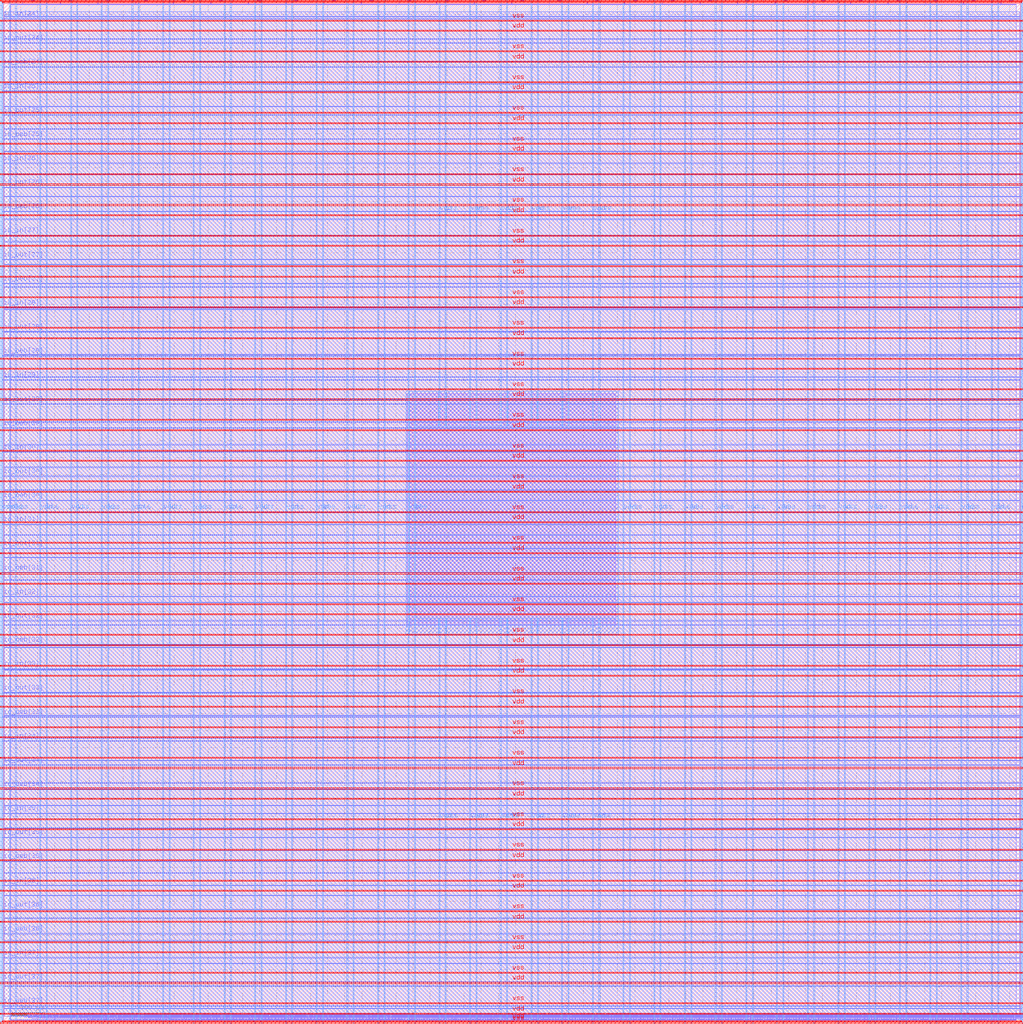
<source format=lef>
VERSION 5.7 ;
  NOWIREEXTENSIONATPIN ON ;
  DIVIDERCHAR "/" ;
  BUSBITCHARS "[]" ;
MACRO user_project_wrapper
  CLASS BLOCK ;
  FOREIGN user_project_wrapper ;
  ORIGIN 0.000 0.000 ;
  SIZE 2980.200 BY 2980.200 ;
  PIN io_in[0]
    DIRECTION INPUT ;
    USE SIGNAL ;
    PORT
      LAYER Metal3 ;
        RECT 2977.800 35.560 2985.000 36.680 ;
    END
  END io_in[0]
  PIN io_in[10]
    DIRECTION INPUT ;
    USE SIGNAL ;
    PORT
      LAYER Metal3 ;
        RECT 2977.800 2017.960 2985.000 2019.080 ;
    END
  END io_in[10]
  PIN io_in[11]
    DIRECTION INPUT ;
    USE SIGNAL ;
    PORT
      LAYER Metal3 ;
        RECT 2977.800 2216.200 2985.000 2217.320 ;
    END
  END io_in[11]
  PIN io_in[12]
    DIRECTION INPUT ;
    USE SIGNAL ;
    PORT
      LAYER Metal3 ;
        RECT 2977.800 2414.440 2985.000 2415.560 ;
    END
  END io_in[12]
  PIN io_in[13]
    DIRECTION INPUT ;
    USE SIGNAL ;
    PORT
      LAYER Metal3 ;
        RECT 2977.800 2612.680 2985.000 2613.800 ;
    END
  END io_in[13]
  PIN io_in[14]
    DIRECTION INPUT ;
    USE SIGNAL ;
    PORT
      LAYER Metal3 ;
        RECT 2977.800 2810.920 2985.000 2812.040 ;
    END
  END io_in[14]
  PIN io_in[15]
    DIRECTION INPUT ;
    USE SIGNAL ;
    PORT
      LAYER Metal2 ;
        RECT 2923.480 2977.800 2924.600 2985.000 ;
    END
  END io_in[15]
  PIN io_in[16]
    DIRECTION INPUT ;
    USE SIGNAL ;
    PORT
      LAYER Metal2 ;
        RECT 2592.520 2977.800 2593.640 2985.000 ;
    END
  END io_in[16]
  PIN io_in[17]
    DIRECTION INPUT ;
    USE SIGNAL ;
    PORT
      LAYER Metal2 ;
        RECT 2261.560 2977.800 2262.680 2985.000 ;
    END
  END io_in[17]
  PIN io_in[18]
    DIRECTION INPUT ;
    USE SIGNAL ;
    PORT
      LAYER Metal2 ;
        RECT 1930.600 2977.800 1931.720 2985.000 ;
    END
  END io_in[18]
  PIN io_in[19]
    DIRECTION INPUT ;
    USE SIGNAL ;
    PORT
      LAYER Metal2 ;
        RECT 1599.640 2977.800 1600.760 2985.000 ;
    END
  END io_in[19]
  PIN io_in[1]
    DIRECTION INPUT ;
    USE SIGNAL ;
    PORT
      LAYER Metal3 ;
        RECT 2977.800 233.800 2985.000 234.920 ;
    END
  END io_in[1]
  PIN io_in[20]
    DIRECTION INPUT ;
    USE SIGNAL ;
    PORT
      LAYER Metal2 ;
        RECT 1268.680 2977.800 1269.800 2985.000 ;
    END
  END io_in[20]
  PIN io_in[21]
    DIRECTION INPUT ;
    USE SIGNAL ;
    PORT
      LAYER Metal2 ;
        RECT 937.720 2977.800 938.840 2985.000 ;
    END
  END io_in[21]
  PIN io_in[22]
    DIRECTION INPUT ;
    USE SIGNAL ;
    PORT
      LAYER Metal2 ;
        RECT 606.760 2977.800 607.880 2985.000 ;
    END
  END io_in[22]
  PIN io_in[23]
    DIRECTION INPUT ;
    USE SIGNAL ;
    PORT
      LAYER Metal2 ;
        RECT 275.800 2977.800 276.920 2985.000 ;
    END
  END io_in[23]
  PIN io_in[24]
    DIRECTION INPUT ;
    USE SIGNAL ;
    PORT
      LAYER Metal3 ;
        RECT -4.800 2935.800 2.400 2936.920 ;
    END
  END io_in[24]
  PIN io_in[25]
    DIRECTION INPUT ;
    USE SIGNAL ;
    PORT
      LAYER Metal3 ;
        RECT -4.800 2724.120 2.400 2725.240 ;
    END
  END io_in[25]
  PIN io_in[26]
    DIRECTION INPUT ;
    USE SIGNAL ;
    PORT
      LAYER Metal3 ;
        RECT -4.800 2512.440 2.400 2513.560 ;
    END
  END io_in[26]
  PIN io_in[27]
    DIRECTION INPUT ;
    USE SIGNAL ;
    PORT
      LAYER Metal3 ;
        RECT -4.800 2300.760 2.400 2301.880 ;
    END
  END io_in[27]
  PIN io_in[28]
    DIRECTION INPUT ;
    USE SIGNAL ;
    PORT
      LAYER Metal3 ;
        RECT -4.800 2089.080 2.400 2090.200 ;
    END
  END io_in[28]
  PIN io_in[29]
    DIRECTION INPUT ;
    USE SIGNAL ;
    PORT
      LAYER Metal3 ;
        RECT -4.800 1877.400 2.400 1878.520 ;
    END
  END io_in[29]
  PIN io_in[2]
    DIRECTION INPUT ;
    USE SIGNAL ;
    PORT
      LAYER Metal3 ;
        RECT 2977.800 432.040 2985.000 433.160 ;
    END
  END io_in[2]
  PIN io_in[30]
    DIRECTION INPUT ;
    USE SIGNAL ;
    PORT
      LAYER Metal3 ;
        RECT -4.800 1665.720 2.400 1666.840 ;
    END
  END io_in[30]
  PIN io_in[31]
    DIRECTION INPUT ;
    USE SIGNAL ;
    PORT
      LAYER Metal3 ;
        RECT -4.800 1454.040 2.400 1455.160 ;
    END
  END io_in[31]
  PIN io_in[32]
    DIRECTION INPUT ;
    USE SIGNAL ;
    PORT
      LAYER Metal3 ;
        RECT -4.800 1242.360 2.400 1243.480 ;
    END
  END io_in[32]
  PIN io_in[33]
    DIRECTION INPUT ;
    USE SIGNAL ;
    PORT
      LAYER Metal3 ;
        RECT -4.800 1030.680 2.400 1031.800 ;
    END
  END io_in[33]
  PIN io_in[34]
    DIRECTION INPUT ;
    USE SIGNAL ;
    PORT
      LAYER Metal3 ;
        RECT -4.800 819.000 2.400 820.120 ;
    END
  END io_in[34]
  PIN io_in[35]
    DIRECTION INPUT ;
    USE SIGNAL ;
    PORT
      LAYER Metal3 ;
        RECT -4.800 607.320 2.400 608.440 ;
    END
  END io_in[35]
  PIN io_in[36]
    DIRECTION INPUT ;
    USE SIGNAL ;
    PORT
      LAYER Metal3 ;
        RECT -4.800 395.640 2.400 396.760 ;
    END
  END io_in[36]
  PIN io_in[37]
    DIRECTION INPUT ;
    USE SIGNAL ;
    PORT
      LAYER Metal3 ;
        RECT -4.800 183.960 2.400 185.080 ;
    END
  END io_in[37]
  PIN io_in[3]
    DIRECTION INPUT ;
    USE SIGNAL ;
    PORT
      LAYER Metal3 ;
        RECT 2977.800 630.280 2985.000 631.400 ;
    END
  END io_in[3]
  PIN io_in[4]
    DIRECTION INPUT ;
    USE SIGNAL ;
    PORT
      LAYER Metal3 ;
        RECT 2977.800 828.520 2985.000 829.640 ;
    END
  END io_in[4]
  PIN io_in[5]
    DIRECTION INPUT ;
    USE SIGNAL ;
    PORT
      LAYER Metal3 ;
        RECT 2977.800 1026.760 2985.000 1027.880 ;
    END
  END io_in[5]
  PIN io_in[6]
    DIRECTION INPUT ;
    USE SIGNAL ;
    PORT
      LAYER Metal3 ;
        RECT 2977.800 1225.000 2985.000 1226.120 ;
    END
  END io_in[6]
  PIN io_in[7]
    DIRECTION INPUT ;
    USE SIGNAL ;
    PORT
      LAYER Metal3 ;
        RECT 2977.800 1423.240 2985.000 1424.360 ;
    END
  END io_in[7]
  PIN io_in[8]
    DIRECTION INPUT ;
    USE SIGNAL ;
    PORT
      LAYER Metal3 ;
        RECT 2977.800 1621.480 2985.000 1622.600 ;
    END
  END io_in[8]
  PIN io_in[9]
    DIRECTION INPUT ;
    USE SIGNAL ;
    PORT
      LAYER Metal3 ;
        RECT 2977.800 1819.720 2985.000 1820.840 ;
    END
  END io_in[9]
  PIN io_oeb[0]
    DIRECTION OUTPUT TRISTATE ;
    USE SIGNAL ;
    PORT
      LAYER Metal3 ;
        RECT 2977.800 167.720 2985.000 168.840 ;
    END
  END io_oeb[0]
  PIN io_oeb[10]
    DIRECTION OUTPUT TRISTATE ;
    USE SIGNAL ;
    PORT
      LAYER Metal3 ;
        RECT 2977.800 2150.120 2985.000 2151.240 ;
    END
  END io_oeb[10]
  PIN io_oeb[11]
    DIRECTION OUTPUT TRISTATE ;
    USE SIGNAL ;
    PORT
      LAYER Metal3 ;
        RECT 2977.800 2348.360 2985.000 2349.480 ;
    END
  END io_oeb[11]
  PIN io_oeb[12]
    DIRECTION OUTPUT TRISTATE ;
    USE SIGNAL ;
    PORT
      LAYER Metal3 ;
        RECT 2977.800 2546.600 2985.000 2547.720 ;
    END
  END io_oeb[12]
  PIN io_oeb[13]
    DIRECTION OUTPUT TRISTATE ;
    USE SIGNAL ;
    PORT
      LAYER Metal3 ;
        RECT 2977.800 2744.840 2985.000 2745.960 ;
    END
  END io_oeb[13]
  PIN io_oeb[14]
    DIRECTION OUTPUT TRISTATE ;
    USE SIGNAL ;
    PORT
      LAYER Metal3 ;
        RECT 2977.800 2943.080 2985.000 2944.200 ;
    END
  END io_oeb[14]
  PIN io_oeb[15]
    DIRECTION OUTPUT TRISTATE ;
    USE SIGNAL ;
    PORT
      LAYER Metal2 ;
        RECT 2702.840 2977.800 2703.960 2985.000 ;
    END
  END io_oeb[15]
  PIN io_oeb[16]
    DIRECTION OUTPUT TRISTATE ;
    USE SIGNAL ;
    PORT
      LAYER Metal2 ;
        RECT 2371.880 2977.800 2373.000 2985.000 ;
    END
  END io_oeb[16]
  PIN io_oeb[17]
    DIRECTION OUTPUT TRISTATE ;
    USE SIGNAL ;
    PORT
      LAYER Metal2 ;
        RECT 2040.920 2977.800 2042.040 2985.000 ;
    END
  END io_oeb[17]
  PIN io_oeb[18]
    DIRECTION OUTPUT TRISTATE ;
    USE SIGNAL ;
    PORT
      LAYER Metal2 ;
        RECT 1709.960 2977.800 1711.080 2985.000 ;
    END
  END io_oeb[18]
  PIN io_oeb[19]
    DIRECTION OUTPUT TRISTATE ;
    USE SIGNAL ;
    PORT
      LAYER Metal2 ;
        RECT 1379.000 2977.800 1380.120 2985.000 ;
    END
  END io_oeb[19]
  PIN io_oeb[1]
    DIRECTION OUTPUT TRISTATE ;
    USE SIGNAL ;
    PORT
      LAYER Metal3 ;
        RECT 2977.800 365.960 2985.000 367.080 ;
    END
  END io_oeb[1]
  PIN io_oeb[20]
    DIRECTION OUTPUT TRISTATE ;
    USE SIGNAL ;
    PORT
      LAYER Metal2 ;
        RECT 1048.040 2977.800 1049.160 2985.000 ;
    END
  END io_oeb[20]
  PIN io_oeb[21]
    DIRECTION OUTPUT TRISTATE ;
    USE SIGNAL ;
    PORT
      LAYER Metal2 ;
        RECT 717.080 2977.800 718.200 2985.000 ;
    END
  END io_oeb[21]
  PIN io_oeb[22]
    DIRECTION OUTPUT TRISTATE ;
    USE SIGNAL ;
    PORT
      LAYER Metal2 ;
        RECT 386.120 2977.800 387.240 2985.000 ;
    END
  END io_oeb[22]
  PIN io_oeb[23]
    DIRECTION OUTPUT TRISTATE ;
    USE SIGNAL ;
    PORT
      LAYER Metal2 ;
        RECT 55.160 2977.800 56.280 2985.000 ;
    END
  END io_oeb[23]
  PIN io_oeb[24]
    DIRECTION OUTPUT TRISTATE ;
    USE SIGNAL ;
    PORT
      LAYER Metal3 ;
        RECT -4.800 2794.680 2.400 2795.800 ;
    END
  END io_oeb[24]
  PIN io_oeb[25]
    DIRECTION OUTPUT TRISTATE ;
    USE SIGNAL ;
    PORT
      LAYER Metal3 ;
        RECT -4.800 2583.000 2.400 2584.120 ;
    END
  END io_oeb[25]
  PIN io_oeb[26]
    DIRECTION OUTPUT TRISTATE ;
    USE SIGNAL ;
    PORT
      LAYER Metal3 ;
        RECT -4.800 2371.320 2.400 2372.440 ;
    END
  END io_oeb[26]
  PIN io_oeb[27]
    DIRECTION OUTPUT TRISTATE ;
    USE SIGNAL ;
    PORT
      LAYER Metal3 ;
        RECT -4.800 2159.640 2.400 2160.760 ;
    END
  END io_oeb[27]
  PIN io_oeb[28]
    DIRECTION OUTPUT TRISTATE ;
    USE SIGNAL ;
    PORT
      LAYER Metal3 ;
        RECT -4.800 1947.960 2.400 1949.080 ;
    END
  END io_oeb[28]
  PIN io_oeb[29]
    DIRECTION OUTPUT TRISTATE ;
    USE SIGNAL ;
    PORT
      LAYER Metal3 ;
        RECT -4.800 1736.280 2.400 1737.400 ;
    END
  END io_oeb[29]
  PIN io_oeb[2]
    DIRECTION OUTPUT TRISTATE ;
    USE SIGNAL ;
    PORT
      LAYER Metal3 ;
        RECT 2977.800 564.200 2985.000 565.320 ;
    END
  END io_oeb[2]
  PIN io_oeb[30]
    DIRECTION OUTPUT TRISTATE ;
    USE SIGNAL ;
    PORT
      LAYER Metal3 ;
        RECT -4.800 1524.600 2.400 1525.720 ;
    END
  END io_oeb[30]
  PIN io_oeb[31]
    DIRECTION OUTPUT TRISTATE ;
    USE SIGNAL ;
    PORT
      LAYER Metal3 ;
        RECT -4.800 1312.920 2.400 1314.040 ;
    END
  END io_oeb[31]
  PIN io_oeb[32]
    DIRECTION OUTPUT TRISTATE ;
    USE SIGNAL ;
    PORT
      LAYER Metal3 ;
        RECT -4.800 1101.240 2.400 1102.360 ;
    END
  END io_oeb[32]
  PIN io_oeb[33]
    DIRECTION OUTPUT TRISTATE ;
    USE SIGNAL ;
    PORT
      LAYER Metal3 ;
        RECT -4.800 889.560 2.400 890.680 ;
    END
  END io_oeb[33]
  PIN io_oeb[34]
    DIRECTION OUTPUT TRISTATE ;
    USE SIGNAL ;
    PORT
      LAYER Metal3 ;
        RECT -4.800 677.880 2.400 679.000 ;
    END
  END io_oeb[34]
  PIN io_oeb[35]
    DIRECTION OUTPUT TRISTATE ;
    USE SIGNAL ;
    PORT
      LAYER Metal3 ;
        RECT -4.800 466.200 2.400 467.320 ;
    END
  END io_oeb[35]
  PIN io_oeb[36]
    DIRECTION OUTPUT TRISTATE ;
    USE SIGNAL ;
    PORT
      LAYER Metal3 ;
        RECT -4.800 254.520 2.400 255.640 ;
    END
  END io_oeb[36]
  PIN io_oeb[37]
    DIRECTION OUTPUT TRISTATE ;
    USE SIGNAL ;
    PORT
      LAYER Metal3 ;
        RECT -4.800 42.840 2.400 43.960 ;
    END
  END io_oeb[37]
  PIN io_oeb[3]
    DIRECTION OUTPUT TRISTATE ;
    USE SIGNAL ;
    PORT
      LAYER Metal3 ;
        RECT 2977.800 762.440 2985.000 763.560 ;
    END
  END io_oeb[3]
  PIN io_oeb[4]
    DIRECTION OUTPUT TRISTATE ;
    USE SIGNAL ;
    PORT
      LAYER Metal3 ;
        RECT 2977.800 960.680 2985.000 961.800 ;
    END
  END io_oeb[4]
  PIN io_oeb[5]
    DIRECTION OUTPUT TRISTATE ;
    USE SIGNAL ;
    PORT
      LAYER Metal3 ;
        RECT 2977.800 1158.920 2985.000 1160.040 ;
    END
  END io_oeb[5]
  PIN io_oeb[6]
    DIRECTION OUTPUT TRISTATE ;
    USE SIGNAL ;
    PORT
      LAYER Metal3 ;
        RECT 2977.800 1357.160 2985.000 1358.280 ;
    END
  END io_oeb[6]
  PIN io_oeb[7]
    DIRECTION OUTPUT TRISTATE ;
    USE SIGNAL ;
    PORT
      LAYER Metal3 ;
        RECT 2977.800 1555.400 2985.000 1556.520 ;
    END
  END io_oeb[7]
  PIN io_oeb[8]
    DIRECTION OUTPUT TRISTATE ;
    USE SIGNAL ;
    PORT
      LAYER Metal3 ;
        RECT 2977.800 1753.640 2985.000 1754.760 ;
    END
  END io_oeb[8]
  PIN io_oeb[9]
    DIRECTION OUTPUT TRISTATE ;
    USE SIGNAL ;
    PORT
      LAYER Metal3 ;
        RECT 2977.800 1951.880 2985.000 1953.000 ;
    END
  END io_oeb[9]
  PIN io_out[0]
    DIRECTION OUTPUT TRISTATE ;
    USE SIGNAL ;
    PORT
      LAYER Metal3 ;
        RECT 2977.800 101.640 2985.000 102.760 ;
    END
  END io_out[0]
  PIN io_out[10]
    DIRECTION OUTPUT TRISTATE ;
    USE SIGNAL ;
    PORT
      LAYER Metal3 ;
        RECT 2977.800 2084.040 2985.000 2085.160 ;
    END
  END io_out[10]
  PIN io_out[11]
    DIRECTION OUTPUT TRISTATE ;
    USE SIGNAL ;
    PORT
      LAYER Metal3 ;
        RECT 2977.800 2282.280 2985.000 2283.400 ;
    END
  END io_out[11]
  PIN io_out[12]
    DIRECTION OUTPUT TRISTATE ;
    USE SIGNAL ;
    PORT
      LAYER Metal3 ;
        RECT 2977.800 2480.520 2985.000 2481.640 ;
    END
  END io_out[12]
  PIN io_out[13]
    DIRECTION OUTPUT TRISTATE ;
    USE SIGNAL ;
    PORT
      LAYER Metal3 ;
        RECT 2977.800 2678.760 2985.000 2679.880 ;
    END
  END io_out[13]
  PIN io_out[14]
    DIRECTION OUTPUT TRISTATE ;
    USE SIGNAL ;
    PORT
      LAYER Metal3 ;
        RECT 2977.800 2877.000 2985.000 2878.120 ;
    END
  END io_out[14]
  PIN io_out[15]
    DIRECTION OUTPUT TRISTATE ;
    USE SIGNAL ;
    PORT
      LAYER Metal2 ;
        RECT 2813.160 2977.800 2814.280 2985.000 ;
    END
  END io_out[15]
  PIN io_out[16]
    DIRECTION OUTPUT TRISTATE ;
    USE SIGNAL ;
    PORT
      LAYER Metal2 ;
        RECT 2482.200 2977.800 2483.320 2985.000 ;
    END
  END io_out[16]
  PIN io_out[17]
    DIRECTION OUTPUT TRISTATE ;
    USE SIGNAL ;
    PORT
      LAYER Metal2 ;
        RECT 2151.240 2977.800 2152.360 2985.000 ;
    END
  END io_out[17]
  PIN io_out[18]
    DIRECTION OUTPUT TRISTATE ;
    USE SIGNAL ;
    PORT
      LAYER Metal2 ;
        RECT 1820.280 2977.800 1821.400 2985.000 ;
    END
  END io_out[18]
  PIN io_out[19]
    DIRECTION OUTPUT TRISTATE ;
    USE SIGNAL ;
    PORT
      LAYER Metal2 ;
        RECT 1489.320 2977.800 1490.440 2985.000 ;
    END
  END io_out[19]
  PIN io_out[1]
    DIRECTION OUTPUT TRISTATE ;
    USE SIGNAL ;
    PORT
      LAYER Metal3 ;
        RECT 2977.800 299.880 2985.000 301.000 ;
    END
  END io_out[1]
  PIN io_out[20]
    DIRECTION OUTPUT TRISTATE ;
    USE SIGNAL ;
    PORT
      LAYER Metal2 ;
        RECT 1158.360 2977.800 1159.480 2985.000 ;
    END
  END io_out[20]
  PIN io_out[21]
    DIRECTION OUTPUT TRISTATE ;
    USE SIGNAL ;
    PORT
      LAYER Metal2 ;
        RECT 827.400 2977.800 828.520 2985.000 ;
    END
  END io_out[21]
  PIN io_out[22]
    DIRECTION OUTPUT TRISTATE ;
    USE SIGNAL ;
    PORT
      LAYER Metal2 ;
        RECT 496.440 2977.800 497.560 2985.000 ;
    END
  END io_out[22]
  PIN io_out[23]
    DIRECTION OUTPUT TRISTATE ;
    USE SIGNAL ;
    PORT
      LAYER Metal2 ;
        RECT 165.480 2977.800 166.600 2985.000 ;
    END
  END io_out[23]
  PIN io_out[24]
    DIRECTION OUTPUT TRISTATE ;
    USE SIGNAL ;
    PORT
      LAYER Metal3 ;
        RECT -4.800 2865.240 2.400 2866.360 ;
    END
  END io_out[24]
  PIN io_out[25]
    DIRECTION OUTPUT TRISTATE ;
    USE SIGNAL ;
    PORT
      LAYER Metal3 ;
        RECT -4.800 2653.560 2.400 2654.680 ;
    END
  END io_out[25]
  PIN io_out[26]
    DIRECTION OUTPUT TRISTATE ;
    USE SIGNAL ;
    PORT
      LAYER Metal3 ;
        RECT -4.800 2441.880 2.400 2443.000 ;
    END
  END io_out[26]
  PIN io_out[27]
    DIRECTION OUTPUT TRISTATE ;
    USE SIGNAL ;
    PORT
      LAYER Metal3 ;
        RECT -4.800 2230.200 2.400 2231.320 ;
    END
  END io_out[27]
  PIN io_out[28]
    DIRECTION OUTPUT TRISTATE ;
    USE SIGNAL ;
    PORT
      LAYER Metal3 ;
        RECT -4.800 2018.520 2.400 2019.640 ;
    END
  END io_out[28]
  PIN io_out[29]
    DIRECTION OUTPUT TRISTATE ;
    USE SIGNAL ;
    PORT
      LAYER Metal3 ;
        RECT -4.800 1806.840 2.400 1807.960 ;
    END
  END io_out[29]
  PIN io_out[2]
    DIRECTION OUTPUT TRISTATE ;
    USE SIGNAL ;
    PORT
      LAYER Metal3 ;
        RECT 2977.800 498.120 2985.000 499.240 ;
    END
  END io_out[2]
  PIN io_out[30]
    DIRECTION OUTPUT TRISTATE ;
    USE SIGNAL ;
    PORT
      LAYER Metal3 ;
        RECT -4.800 1595.160 2.400 1596.280 ;
    END
  END io_out[30]
  PIN io_out[31]
    DIRECTION OUTPUT TRISTATE ;
    USE SIGNAL ;
    PORT
      LAYER Metal3 ;
        RECT -4.800 1383.480 2.400 1384.600 ;
    END
  END io_out[31]
  PIN io_out[32]
    DIRECTION OUTPUT TRISTATE ;
    USE SIGNAL ;
    PORT
      LAYER Metal3 ;
        RECT -4.800 1171.800 2.400 1172.920 ;
    END
  END io_out[32]
  PIN io_out[33]
    DIRECTION OUTPUT TRISTATE ;
    USE SIGNAL ;
    PORT
      LAYER Metal3 ;
        RECT -4.800 960.120 2.400 961.240 ;
    END
  END io_out[33]
  PIN io_out[34]
    DIRECTION OUTPUT TRISTATE ;
    USE SIGNAL ;
    PORT
      LAYER Metal3 ;
        RECT -4.800 748.440 2.400 749.560 ;
    END
  END io_out[34]
  PIN io_out[35]
    DIRECTION OUTPUT TRISTATE ;
    USE SIGNAL ;
    PORT
      LAYER Metal3 ;
        RECT -4.800 536.760 2.400 537.880 ;
    END
  END io_out[35]
  PIN io_out[36]
    DIRECTION OUTPUT TRISTATE ;
    USE SIGNAL ;
    PORT
      LAYER Metal3 ;
        RECT -4.800 325.080 2.400 326.200 ;
    END
  END io_out[36]
  PIN io_out[37]
    DIRECTION OUTPUT TRISTATE ;
    USE SIGNAL ;
    PORT
      LAYER Metal3 ;
        RECT -4.800 113.400 2.400 114.520 ;
    END
  END io_out[37]
  PIN io_out[3]
    DIRECTION OUTPUT TRISTATE ;
    USE SIGNAL ;
    PORT
      LAYER Metal3 ;
        RECT 2977.800 696.360 2985.000 697.480 ;
    END
  END io_out[3]
  PIN io_out[4]
    DIRECTION OUTPUT TRISTATE ;
    USE SIGNAL ;
    PORT
      LAYER Metal3 ;
        RECT 2977.800 894.600 2985.000 895.720 ;
    END
  END io_out[4]
  PIN io_out[5]
    DIRECTION OUTPUT TRISTATE ;
    USE SIGNAL ;
    PORT
      LAYER Metal3 ;
        RECT 2977.800 1092.840 2985.000 1093.960 ;
    END
  END io_out[5]
  PIN io_out[6]
    DIRECTION OUTPUT TRISTATE ;
    USE SIGNAL ;
    PORT
      LAYER Metal3 ;
        RECT 2977.800 1291.080 2985.000 1292.200 ;
    END
  END io_out[6]
  PIN io_out[7]
    DIRECTION OUTPUT TRISTATE ;
    USE SIGNAL ;
    PORT
      LAYER Metal3 ;
        RECT 2977.800 1489.320 2985.000 1490.440 ;
    END
  END io_out[7]
  PIN io_out[8]
    DIRECTION OUTPUT TRISTATE ;
    USE SIGNAL ;
    PORT
      LAYER Metal3 ;
        RECT 2977.800 1687.560 2985.000 1688.680 ;
    END
  END io_out[8]
  PIN io_out[9]
    DIRECTION OUTPUT TRISTATE ;
    USE SIGNAL ;
    PORT
      LAYER Metal3 ;
        RECT 2977.800 1885.800 2985.000 1886.920 ;
    END
  END io_out[9]
  PIN la_data_in[0]
    DIRECTION INPUT ;
    USE SIGNAL ;
    PORT
      LAYER Metal2 ;
        RECT 1065.960 -4.800 1067.080 2.400 ;
    END
  END la_data_in[0]
  PIN la_data_in[10]
    DIRECTION INPUT ;
    USE SIGNAL ;
    PORT
      LAYER Metal2 ;
        RECT 1351.560 -4.800 1352.680 2.400 ;
    END
  END la_data_in[10]
  PIN la_data_in[11]
    DIRECTION INPUT ;
    USE SIGNAL ;
    PORT
      LAYER Metal2 ;
        RECT 1380.120 -4.800 1381.240 2.400 ;
    END
  END la_data_in[11]
  PIN la_data_in[12]
    DIRECTION INPUT ;
    USE SIGNAL ;
    PORT
      LAYER Metal2 ;
        RECT 1408.680 -4.800 1409.800 2.400 ;
    END
  END la_data_in[12]
  PIN la_data_in[13]
    DIRECTION INPUT ;
    USE SIGNAL ;
    PORT
      LAYER Metal2 ;
        RECT 1437.240 -4.800 1438.360 2.400 ;
    END
  END la_data_in[13]
  PIN la_data_in[14]
    DIRECTION INPUT ;
    USE SIGNAL ;
    PORT
      LAYER Metal2 ;
        RECT 1465.800 -4.800 1466.920 2.400 ;
    END
  END la_data_in[14]
  PIN la_data_in[15]
    DIRECTION INPUT ;
    USE SIGNAL ;
    PORT
      LAYER Metal2 ;
        RECT 1494.360 -4.800 1495.480 2.400 ;
    END
  END la_data_in[15]
  PIN la_data_in[16]
    DIRECTION INPUT ;
    USE SIGNAL ;
    PORT
      LAYER Metal2 ;
        RECT 1522.920 -4.800 1524.040 2.400 ;
    END
  END la_data_in[16]
  PIN la_data_in[17]
    DIRECTION INPUT ;
    USE SIGNAL ;
    PORT
      LAYER Metal2 ;
        RECT 1551.480 -4.800 1552.600 2.400 ;
    END
  END la_data_in[17]
  PIN la_data_in[18]
    DIRECTION INPUT ;
    USE SIGNAL ;
    PORT
      LAYER Metal2 ;
        RECT 1580.040 -4.800 1581.160 2.400 ;
    END
  END la_data_in[18]
  PIN la_data_in[19]
    DIRECTION INPUT ;
    USE SIGNAL ;
    PORT
      LAYER Metal2 ;
        RECT 1608.600 -4.800 1609.720 2.400 ;
    END
  END la_data_in[19]
  PIN la_data_in[1]
    DIRECTION INPUT ;
    USE SIGNAL ;
    PORT
      LAYER Metal2 ;
        RECT 1094.520 -4.800 1095.640 2.400 ;
    END
  END la_data_in[1]
  PIN la_data_in[20]
    DIRECTION INPUT ;
    USE SIGNAL ;
    PORT
      LAYER Metal2 ;
        RECT 1637.160 -4.800 1638.280 2.400 ;
    END
  END la_data_in[20]
  PIN la_data_in[21]
    DIRECTION INPUT ;
    USE SIGNAL ;
    PORT
      LAYER Metal2 ;
        RECT 1665.720 -4.800 1666.840 2.400 ;
    END
  END la_data_in[21]
  PIN la_data_in[22]
    DIRECTION INPUT ;
    USE SIGNAL ;
    PORT
      LAYER Metal2 ;
        RECT 1694.280 -4.800 1695.400 2.400 ;
    END
  END la_data_in[22]
  PIN la_data_in[23]
    DIRECTION INPUT ;
    USE SIGNAL ;
    PORT
      LAYER Metal2 ;
        RECT 1722.840 -4.800 1723.960 2.400 ;
    END
  END la_data_in[23]
  PIN la_data_in[24]
    DIRECTION INPUT ;
    USE SIGNAL ;
    PORT
      LAYER Metal2 ;
        RECT 1751.400 -4.800 1752.520 2.400 ;
    END
  END la_data_in[24]
  PIN la_data_in[25]
    DIRECTION INPUT ;
    USE SIGNAL ;
    PORT
      LAYER Metal2 ;
        RECT 1779.960 -4.800 1781.080 2.400 ;
    END
  END la_data_in[25]
  PIN la_data_in[26]
    DIRECTION INPUT ;
    USE SIGNAL ;
    PORT
      LAYER Metal2 ;
        RECT 1808.520 -4.800 1809.640 2.400 ;
    END
  END la_data_in[26]
  PIN la_data_in[27]
    DIRECTION INPUT ;
    USE SIGNAL ;
    PORT
      LAYER Metal2 ;
        RECT 1837.080 -4.800 1838.200 2.400 ;
    END
  END la_data_in[27]
  PIN la_data_in[28]
    DIRECTION INPUT ;
    USE SIGNAL ;
    PORT
      LAYER Metal2 ;
        RECT 1865.640 -4.800 1866.760 2.400 ;
    END
  END la_data_in[28]
  PIN la_data_in[29]
    DIRECTION INPUT ;
    USE SIGNAL ;
    PORT
      LAYER Metal2 ;
        RECT 1894.200 -4.800 1895.320 2.400 ;
    END
  END la_data_in[29]
  PIN la_data_in[2]
    DIRECTION INPUT ;
    USE SIGNAL ;
    PORT
      LAYER Metal2 ;
        RECT 1123.080 -4.800 1124.200 2.400 ;
    END
  END la_data_in[2]
  PIN la_data_in[30]
    DIRECTION INPUT ;
    USE SIGNAL ;
    PORT
      LAYER Metal2 ;
        RECT 1922.760 -4.800 1923.880 2.400 ;
    END
  END la_data_in[30]
  PIN la_data_in[31]
    DIRECTION INPUT ;
    USE SIGNAL ;
    PORT
      LAYER Metal2 ;
        RECT 1951.320 -4.800 1952.440 2.400 ;
    END
  END la_data_in[31]
  PIN la_data_in[32]
    DIRECTION INPUT ;
    USE SIGNAL ;
    PORT
      LAYER Metal2 ;
        RECT 1979.880 -4.800 1981.000 2.400 ;
    END
  END la_data_in[32]
  PIN la_data_in[33]
    DIRECTION INPUT ;
    USE SIGNAL ;
    PORT
      LAYER Metal2 ;
        RECT 2008.440 -4.800 2009.560 2.400 ;
    END
  END la_data_in[33]
  PIN la_data_in[34]
    DIRECTION INPUT ;
    USE SIGNAL ;
    PORT
      LAYER Metal2 ;
        RECT 2037.000 -4.800 2038.120 2.400 ;
    END
  END la_data_in[34]
  PIN la_data_in[35]
    DIRECTION INPUT ;
    USE SIGNAL ;
    PORT
      LAYER Metal2 ;
        RECT 2065.560 -4.800 2066.680 2.400 ;
    END
  END la_data_in[35]
  PIN la_data_in[36]
    DIRECTION INPUT ;
    USE SIGNAL ;
    PORT
      LAYER Metal2 ;
        RECT 2094.120 -4.800 2095.240 2.400 ;
    END
  END la_data_in[36]
  PIN la_data_in[37]
    DIRECTION INPUT ;
    USE SIGNAL ;
    PORT
      LAYER Metal2 ;
        RECT 2122.680 -4.800 2123.800 2.400 ;
    END
  END la_data_in[37]
  PIN la_data_in[38]
    DIRECTION INPUT ;
    USE SIGNAL ;
    PORT
      LAYER Metal2 ;
        RECT 2151.240 -4.800 2152.360 2.400 ;
    END
  END la_data_in[38]
  PIN la_data_in[39]
    DIRECTION INPUT ;
    USE SIGNAL ;
    PORT
      LAYER Metal2 ;
        RECT 2179.800 -4.800 2180.920 2.400 ;
    END
  END la_data_in[39]
  PIN la_data_in[3]
    DIRECTION INPUT ;
    USE SIGNAL ;
    PORT
      LAYER Metal2 ;
        RECT 1151.640 -4.800 1152.760 2.400 ;
    END
  END la_data_in[3]
  PIN la_data_in[40]
    DIRECTION INPUT ;
    USE SIGNAL ;
    PORT
      LAYER Metal2 ;
        RECT 2208.360 -4.800 2209.480 2.400 ;
    END
  END la_data_in[40]
  PIN la_data_in[41]
    DIRECTION INPUT ;
    USE SIGNAL ;
    PORT
      LAYER Metal2 ;
        RECT 2236.920 -4.800 2238.040 2.400 ;
    END
  END la_data_in[41]
  PIN la_data_in[42]
    DIRECTION INPUT ;
    USE SIGNAL ;
    PORT
      LAYER Metal2 ;
        RECT 2265.480 -4.800 2266.600 2.400 ;
    END
  END la_data_in[42]
  PIN la_data_in[43]
    DIRECTION INPUT ;
    USE SIGNAL ;
    PORT
      LAYER Metal2 ;
        RECT 2294.040 -4.800 2295.160 2.400 ;
    END
  END la_data_in[43]
  PIN la_data_in[44]
    DIRECTION INPUT ;
    USE SIGNAL ;
    PORT
      LAYER Metal2 ;
        RECT 2322.600 -4.800 2323.720 2.400 ;
    END
  END la_data_in[44]
  PIN la_data_in[45]
    DIRECTION INPUT ;
    USE SIGNAL ;
    PORT
      LAYER Metal2 ;
        RECT 2351.160 -4.800 2352.280 2.400 ;
    END
  END la_data_in[45]
  PIN la_data_in[46]
    DIRECTION INPUT ;
    USE SIGNAL ;
    PORT
      LAYER Metal2 ;
        RECT 2379.720 -4.800 2380.840 2.400 ;
    END
  END la_data_in[46]
  PIN la_data_in[47]
    DIRECTION INPUT ;
    USE SIGNAL ;
    PORT
      LAYER Metal2 ;
        RECT 2408.280 -4.800 2409.400 2.400 ;
    END
  END la_data_in[47]
  PIN la_data_in[48]
    DIRECTION INPUT ;
    USE SIGNAL ;
    PORT
      LAYER Metal2 ;
        RECT 2436.840 -4.800 2437.960 2.400 ;
    END
  END la_data_in[48]
  PIN la_data_in[49]
    DIRECTION INPUT ;
    USE SIGNAL ;
    PORT
      LAYER Metal2 ;
        RECT 2465.400 -4.800 2466.520 2.400 ;
    END
  END la_data_in[49]
  PIN la_data_in[4]
    DIRECTION INPUT ;
    USE SIGNAL ;
    PORT
      LAYER Metal2 ;
        RECT 1180.200 -4.800 1181.320 2.400 ;
    END
  END la_data_in[4]
  PIN la_data_in[50]
    DIRECTION INPUT ;
    USE SIGNAL ;
    PORT
      LAYER Metal2 ;
        RECT 2493.960 -4.800 2495.080 2.400 ;
    END
  END la_data_in[50]
  PIN la_data_in[51]
    DIRECTION INPUT ;
    USE SIGNAL ;
    PORT
      LAYER Metal2 ;
        RECT 2522.520 -4.800 2523.640 2.400 ;
    END
  END la_data_in[51]
  PIN la_data_in[52]
    DIRECTION INPUT ;
    USE SIGNAL ;
    PORT
      LAYER Metal2 ;
        RECT 2551.080 -4.800 2552.200 2.400 ;
    END
  END la_data_in[52]
  PIN la_data_in[53]
    DIRECTION INPUT ;
    USE SIGNAL ;
    PORT
      LAYER Metal2 ;
        RECT 2579.640 -4.800 2580.760 2.400 ;
    END
  END la_data_in[53]
  PIN la_data_in[54]
    DIRECTION INPUT ;
    USE SIGNAL ;
    PORT
      LAYER Metal2 ;
        RECT 2608.200 -4.800 2609.320 2.400 ;
    END
  END la_data_in[54]
  PIN la_data_in[55]
    DIRECTION INPUT ;
    USE SIGNAL ;
    PORT
      LAYER Metal2 ;
        RECT 2636.760 -4.800 2637.880 2.400 ;
    END
  END la_data_in[55]
  PIN la_data_in[56]
    DIRECTION INPUT ;
    USE SIGNAL ;
    PORT
      LAYER Metal2 ;
        RECT 2665.320 -4.800 2666.440 2.400 ;
    END
  END la_data_in[56]
  PIN la_data_in[57]
    DIRECTION INPUT ;
    USE SIGNAL ;
    PORT
      LAYER Metal2 ;
        RECT 2693.880 -4.800 2695.000 2.400 ;
    END
  END la_data_in[57]
  PIN la_data_in[58]
    DIRECTION INPUT ;
    USE SIGNAL ;
    PORT
      LAYER Metal2 ;
        RECT 2722.440 -4.800 2723.560 2.400 ;
    END
  END la_data_in[58]
  PIN la_data_in[59]
    DIRECTION INPUT ;
    USE SIGNAL ;
    PORT
      LAYER Metal2 ;
        RECT 2751.000 -4.800 2752.120 2.400 ;
    END
  END la_data_in[59]
  PIN la_data_in[5]
    DIRECTION INPUT ;
    USE SIGNAL ;
    PORT
      LAYER Metal2 ;
        RECT 1208.760 -4.800 1209.880 2.400 ;
    END
  END la_data_in[5]
  PIN la_data_in[60]
    DIRECTION INPUT ;
    USE SIGNAL ;
    PORT
      LAYER Metal2 ;
        RECT 2779.560 -4.800 2780.680 2.400 ;
    END
  END la_data_in[60]
  PIN la_data_in[61]
    DIRECTION INPUT ;
    USE SIGNAL ;
    PORT
      LAYER Metal2 ;
        RECT 2808.120 -4.800 2809.240 2.400 ;
    END
  END la_data_in[61]
  PIN la_data_in[62]
    DIRECTION INPUT ;
    USE SIGNAL ;
    PORT
      LAYER Metal2 ;
        RECT 2836.680 -4.800 2837.800 2.400 ;
    END
  END la_data_in[62]
  PIN la_data_in[63]
    DIRECTION INPUT ;
    USE SIGNAL ;
    PORT
      LAYER Metal2 ;
        RECT 2865.240 -4.800 2866.360 2.400 ;
    END
  END la_data_in[63]
  PIN la_data_in[6]
    DIRECTION INPUT ;
    USE SIGNAL ;
    PORT
      LAYER Metal2 ;
        RECT 1237.320 -4.800 1238.440 2.400 ;
    END
  END la_data_in[6]
  PIN la_data_in[7]
    DIRECTION INPUT ;
    USE SIGNAL ;
    PORT
      LAYER Metal2 ;
        RECT 1265.880 -4.800 1267.000 2.400 ;
    END
  END la_data_in[7]
  PIN la_data_in[8]
    DIRECTION INPUT ;
    USE SIGNAL ;
    PORT
      LAYER Metal2 ;
        RECT 1294.440 -4.800 1295.560 2.400 ;
    END
  END la_data_in[8]
  PIN la_data_in[9]
    DIRECTION INPUT ;
    USE SIGNAL ;
    PORT
      LAYER Metal2 ;
        RECT 1323.000 -4.800 1324.120 2.400 ;
    END
  END la_data_in[9]
  PIN la_data_out[0]
    DIRECTION OUTPUT TRISTATE ;
    USE SIGNAL ;
    PORT
      LAYER Metal2 ;
        RECT 1075.480 -4.800 1076.600 2.400 ;
    END
  END la_data_out[0]
  PIN la_data_out[10]
    DIRECTION OUTPUT TRISTATE ;
    USE SIGNAL ;
    PORT
      LAYER Metal2 ;
        RECT 1361.080 -4.800 1362.200 2.400 ;
    END
  END la_data_out[10]
  PIN la_data_out[11]
    DIRECTION OUTPUT TRISTATE ;
    USE SIGNAL ;
    PORT
      LAYER Metal2 ;
        RECT 1389.640 -4.800 1390.760 2.400 ;
    END
  END la_data_out[11]
  PIN la_data_out[12]
    DIRECTION OUTPUT TRISTATE ;
    USE SIGNAL ;
    PORT
      LAYER Metal2 ;
        RECT 1418.200 -4.800 1419.320 2.400 ;
    END
  END la_data_out[12]
  PIN la_data_out[13]
    DIRECTION OUTPUT TRISTATE ;
    USE SIGNAL ;
    PORT
      LAYER Metal2 ;
        RECT 1446.760 -4.800 1447.880 2.400 ;
    END
  END la_data_out[13]
  PIN la_data_out[14]
    DIRECTION OUTPUT TRISTATE ;
    USE SIGNAL ;
    PORT
      LAYER Metal2 ;
        RECT 1475.320 -4.800 1476.440 2.400 ;
    END
  END la_data_out[14]
  PIN la_data_out[15]
    DIRECTION OUTPUT TRISTATE ;
    USE SIGNAL ;
    PORT
      LAYER Metal2 ;
        RECT 1503.880 -4.800 1505.000 2.400 ;
    END
  END la_data_out[15]
  PIN la_data_out[16]
    DIRECTION OUTPUT TRISTATE ;
    USE SIGNAL ;
    PORT
      LAYER Metal2 ;
        RECT 1532.440 -4.800 1533.560 2.400 ;
    END
  END la_data_out[16]
  PIN la_data_out[17]
    DIRECTION OUTPUT TRISTATE ;
    USE SIGNAL ;
    PORT
      LAYER Metal2 ;
        RECT 1561.000 -4.800 1562.120 2.400 ;
    END
  END la_data_out[17]
  PIN la_data_out[18]
    DIRECTION OUTPUT TRISTATE ;
    USE SIGNAL ;
    PORT
      LAYER Metal2 ;
        RECT 1589.560 -4.800 1590.680 2.400 ;
    END
  END la_data_out[18]
  PIN la_data_out[19]
    DIRECTION OUTPUT TRISTATE ;
    USE SIGNAL ;
    PORT
      LAYER Metal2 ;
        RECT 1618.120 -4.800 1619.240 2.400 ;
    END
  END la_data_out[19]
  PIN la_data_out[1]
    DIRECTION OUTPUT TRISTATE ;
    USE SIGNAL ;
    PORT
      LAYER Metal2 ;
        RECT 1104.040 -4.800 1105.160 2.400 ;
    END
  END la_data_out[1]
  PIN la_data_out[20]
    DIRECTION OUTPUT TRISTATE ;
    USE SIGNAL ;
    PORT
      LAYER Metal2 ;
        RECT 1646.680 -4.800 1647.800 2.400 ;
    END
  END la_data_out[20]
  PIN la_data_out[21]
    DIRECTION OUTPUT TRISTATE ;
    USE SIGNAL ;
    PORT
      LAYER Metal2 ;
        RECT 1675.240 -4.800 1676.360 2.400 ;
    END
  END la_data_out[21]
  PIN la_data_out[22]
    DIRECTION OUTPUT TRISTATE ;
    USE SIGNAL ;
    PORT
      LAYER Metal2 ;
        RECT 1703.800 -4.800 1704.920 2.400 ;
    END
  END la_data_out[22]
  PIN la_data_out[23]
    DIRECTION OUTPUT TRISTATE ;
    USE SIGNAL ;
    PORT
      LAYER Metal2 ;
        RECT 1732.360 -4.800 1733.480 2.400 ;
    END
  END la_data_out[23]
  PIN la_data_out[24]
    DIRECTION OUTPUT TRISTATE ;
    USE SIGNAL ;
    PORT
      LAYER Metal2 ;
        RECT 1760.920 -4.800 1762.040 2.400 ;
    END
  END la_data_out[24]
  PIN la_data_out[25]
    DIRECTION OUTPUT TRISTATE ;
    USE SIGNAL ;
    PORT
      LAYER Metal2 ;
        RECT 1789.480 -4.800 1790.600 2.400 ;
    END
  END la_data_out[25]
  PIN la_data_out[26]
    DIRECTION OUTPUT TRISTATE ;
    USE SIGNAL ;
    PORT
      LAYER Metal2 ;
        RECT 1818.040 -4.800 1819.160 2.400 ;
    END
  END la_data_out[26]
  PIN la_data_out[27]
    DIRECTION OUTPUT TRISTATE ;
    USE SIGNAL ;
    PORT
      LAYER Metal2 ;
        RECT 1846.600 -4.800 1847.720 2.400 ;
    END
  END la_data_out[27]
  PIN la_data_out[28]
    DIRECTION OUTPUT TRISTATE ;
    USE SIGNAL ;
    PORT
      LAYER Metal2 ;
        RECT 1875.160 -4.800 1876.280 2.400 ;
    END
  END la_data_out[28]
  PIN la_data_out[29]
    DIRECTION OUTPUT TRISTATE ;
    USE SIGNAL ;
    PORT
      LAYER Metal2 ;
        RECT 1903.720 -4.800 1904.840 2.400 ;
    END
  END la_data_out[29]
  PIN la_data_out[2]
    DIRECTION OUTPUT TRISTATE ;
    USE SIGNAL ;
    PORT
      LAYER Metal2 ;
        RECT 1132.600 -4.800 1133.720 2.400 ;
    END
  END la_data_out[2]
  PIN la_data_out[30]
    DIRECTION OUTPUT TRISTATE ;
    USE SIGNAL ;
    PORT
      LAYER Metal2 ;
        RECT 1932.280 -4.800 1933.400 2.400 ;
    END
  END la_data_out[30]
  PIN la_data_out[31]
    DIRECTION OUTPUT TRISTATE ;
    USE SIGNAL ;
    PORT
      LAYER Metal2 ;
        RECT 1960.840 -4.800 1961.960 2.400 ;
    END
  END la_data_out[31]
  PIN la_data_out[32]
    DIRECTION OUTPUT TRISTATE ;
    USE SIGNAL ;
    PORT
      LAYER Metal2 ;
        RECT 1989.400 -4.800 1990.520 2.400 ;
    END
  END la_data_out[32]
  PIN la_data_out[33]
    DIRECTION OUTPUT TRISTATE ;
    USE SIGNAL ;
    PORT
      LAYER Metal2 ;
        RECT 2017.960 -4.800 2019.080 2.400 ;
    END
  END la_data_out[33]
  PIN la_data_out[34]
    DIRECTION OUTPUT TRISTATE ;
    USE SIGNAL ;
    PORT
      LAYER Metal2 ;
        RECT 2046.520 -4.800 2047.640 2.400 ;
    END
  END la_data_out[34]
  PIN la_data_out[35]
    DIRECTION OUTPUT TRISTATE ;
    USE SIGNAL ;
    PORT
      LAYER Metal2 ;
        RECT 2075.080 -4.800 2076.200 2.400 ;
    END
  END la_data_out[35]
  PIN la_data_out[36]
    DIRECTION OUTPUT TRISTATE ;
    USE SIGNAL ;
    PORT
      LAYER Metal2 ;
        RECT 2103.640 -4.800 2104.760 2.400 ;
    END
  END la_data_out[36]
  PIN la_data_out[37]
    DIRECTION OUTPUT TRISTATE ;
    USE SIGNAL ;
    PORT
      LAYER Metal2 ;
        RECT 2132.200 -4.800 2133.320 2.400 ;
    END
  END la_data_out[37]
  PIN la_data_out[38]
    DIRECTION OUTPUT TRISTATE ;
    USE SIGNAL ;
    PORT
      LAYER Metal2 ;
        RECT 2160.760 -4.800 2161.880 2.400 ;
    END
  END la_data_out[38]
  PIN la_data_out[39]
    DIRECTION OUTPUT TRISTATE ;
    USE SIGNAL ;
    PORT
      LAYER Metal2 ;
        RECT 2189.320 -4.800 2190.440 2.400 ;
    END
  END la_data_out[39]
  PIN la_data_out[3]
    DIRECTION OUTPUT TRISTATE ;
    USE SIGNAL ;
    PORT
      LAYER Metal2 ;
        RECT 1161.160 -4.800 1162.280 2.400 ;
    END
  END la_data_out[3]
  PIN la_data_out[40]
    DIRECTION OUTPUT TRISTATE ;
    USE SIGNAL ;
    PORT
      LAYER Metal2 ;
        RECT 2217.880 -4.800 2219.000 2.400 ;
    END
  END la_data_out[40]
  PIN la_data_out[41]
    DIRECTION OUTPUT TRISTATE ;
    USE SIGNAL ;
    PORT
      LAYER Metal2 ;
        RECT 2246.440 -4.800 2247.560 2.400 ;
    END
  END la_data_out[41]
  PIN la_data_out[42]
    DIRECTION OUTPUT TRISTATE ;
    USE SIGNAL ;
    PORT
      LAYER Metal2 ;
        RECT 2275.000 -4.800 2276.120 2.400 ;
    END
  END la_data_out[42]
  PIN la_data_out[43]
    DIRECTION OUTPUT TRISTATE ;
    USE SIGNAL ;
    PORT
      LAYER Metal2 ;
        RECT 2303.560 -4.800 2304.680 2.400 ;
    END
  END la_data_out[43]
  PIN la_data_out[44]
    DIRECTION OUTPUT TRISTATE ;
    USE SIGNAL ;
    PORT
      LAYER Metal2 ;
        RECT 2332.120 -4.800 2333.240 2.400 ;
    END
  END la_data_out[44]
  PIN la_data_out[45]
    DIRECTION OUTPUT TRISTATE ;
    USE SIGNAL ;
    PORT
      LAYER Metal2 ;
        RECT 2360.680 -4.800 2361.800 2.400 ;
    END
  END la_data_out[45]
  PIN la_data_out[46]
    DIRECTION OUTPUT TRISTATE ;
    USE SIGNAL ;
    PORT
      LAYER Metal2 ;
        RECT 2389.240 -4.800 2390.360 2.400 ;
    END
  END la_data_out[46]
  PIN la_data_out[47]
    DIRECTION OUTPUT TRISTATE ;
    USE SIGNAL ;
    PORT
      LAYER Metal2 ;
        RECT 2417.800 -4.800 2418.920 2.400 ;
    END
  END la_data_out[47]
  PIN la_data_out[48]
    DIRECTION OUTPUT TRISTATE ;
    USE SIGNAL ;
    PORT
      LAYER Metal2 ;
        RECT 2446.360 -4.800 2447.480 2.400 ;
    END
  END la_data_out[48]
  PIN la_data_out[49]
    DIRECTION OUTPUT TRISTATE ;
    USE SIGNAL ;
    PORT
      LAYER Metal2 ;
        RECT 2474.920 -4.800 2476.040 2.400 ;
    END
  END la_data_out[49]
  PIN la_data_out[4]
    DIRECTION OUTPUT TRISTATE ;
    USE SIGNAL ;
    PORT
      LAYER Metal2 ;
        RECT 1189.720 -4.800 1190.840 2.400 ;
    END
  END la_data_out[4]
  PIN la_data_out[50]
    DIRECTION OUTPUT TRISTATE ;
    USE SIGNAL ;
    PORT
      LAYER Metal2 ;
        RECT 2503.480 -4.800 2504.600 2.400 ;
    END
  END la_data_out[50]
  PIN la_data_out[51]
    DIRECTION OUTPUT TRISTATE ;
    USE SIGNAL ;
    PORT
      LAYER Metal2 ;
        RECT 2532.040 -4.800 2533.160 2.400 ;
    END
  END la_data_out[51]
  PIN la_data_out[52]
    DIRECTION OUTPUT TRISTATE ;
    USE SIGNAL ;
    PORT
      LAYER Metal2 ;
        RECT 2560.600 -4.800 2561.720 2.400 ;
    END
  END la_data_out[52]
  PIN la_data_out[53]
    DIRECTION OUTPUT TRISTATE ;
    USE SIGNAL ;
    PORT
      LAYER Metal2 ;
        RECT 2589.160 -4.800 2590.280 2.400 ;
    END
  END la_data_out[53]
  PIN la_data_out[54]
    DIRECTION OUTPUT TRISTATE ;
    USE SIGNAL ;
    PORT
      LAYER Metal2 ;
        RECT 2617.720 -4.800 2618.840 2.400 ;
    END
  END la_data_out[54]
  PIN la_data_out[55]
    DIRECTION OUTPUT TRISTATE ;
    USE SIGNAL ;
    PORT
      LAYER Metal2 ;
        RECT 2646.280 -4.800 2647.400 2.400 ;
    END
  END la_data_out[55]
  PIN la_data_out[56]
    DIRECTION OUTPUT TRISTATE ;
    USE SIGNAL ;
    PORT
      LAYER Metal2 ;
        RECT 2674.840 -4.800 2675.960 2.400 ;
    END
  END la_data_out[56]
  PIN la_data_out[57]
    DIRECTION OUTPUT TRISTATE ;
    USE SIGNAL ;
    PORT
      LAYER Metal2 ;
        RECT 2703.400 -4.800 2704.520 2.400 ;
    END
  END la_data_out[57]
  PIN la_data_out[58]
    DIRECTION OUTPUT TRISTATE ;
    USE SIGNAL ;
    PORT
      LAYER Metal2 ;
        RECT 2731.960 -4.800 2733.080 2.400 ;
    END
  END la_data_out[58]
  PIN la_data_out[59]
    DIRECTION OUTPUT TRISTATE ;
    USE SIGNAL ;
    PORT
      LAYER Metal2 ;
        RECT 2760.520 -4.800 2761.640 2.400 ;
    END
  END la_data_out[59]
  PIN la_data_out[5]
    DIRECTION OUTPUT TRISTATE ;
    USE SIGNAL ;
    PORT
      LAYER Metal2 ;
        RECT 1218.280 -4.800 1219.400 2.400 ;
    END
  END la_data_out[5]
  PIN la_data_out[60]
    DIRECTION OUTPUT TRISTATE ;
    USE SIGNAL ;
    PORT
      LAYER Metal2 ;
        RECT 2789.080 -4.800 2790.200 2.400 ;
    END
  END la_data_out[60]
  PIN la_data_out[61]
    DIRECTION OUTPUT TRISTATE ;
    USE SIGNAL ;
    PORT
      LAYER Metal2 ;
        RECT 2817.640 -4.800 2818.760 2.400 ;
    END
  END la_data_out[61]
  PIN la_data_out[62]
    DIRECTION OUTPUT TRISTATE ;
    USE SIGNAL ;
    PORT
      LAYER Metal2 ;
        RECT 2846.200 -4.800 2847.320 2.400 ;
    END
  END la_data_out[62]
  PIN la_data_out[63]
    DIRECTION OUTPUT TRISTATE ;
    USE SIGNAL ;
    PORT
      LAYER Metal2 ;
        RECT 2874.760 -4.800 2875.880 2.400 ;
    END
  END la_data_out[63]
  PIN la_data_out[6]
    DIRECTION OUTPUT TRISTATE ;
    USE SIGNAL ;
    PORT
      LAYER Metal2 ;
        RECT 1246.840 -4.800 1247.960 2.400 ;
    END
  END la_data_out[6]
  PIN la_data_out[7]
    DIRECTION OUTPUT TRISTATE ;
    USE SIGNAL ;
    PORT
      LAYER Metal2 ;
        RECT 1275.400 -4.800 1276.520 2.400 ;
    END
  END la_data_out[7]
  PIN la_data_out[8]
    DIRECTION OUTPUT TRISTATE ;
    USE SIGNAL ;
    PORT
      LAYER Metal2 ;
        RECT 1303.960 -4.800 1305.080 2.400 ;
    END
  END la_data_out[8]
  PIN la_data_out[9]
    DIRECTION OUTPUT TRISTATE ;
    USE SIGNAL ;
    PORT
      LAYER Metal2 ;
        RECT 1332.520 -4.800 1333.640 2.400 ;
    END
  END la_data_out[9]
  PIN la_oenb[0]
    DIRECTION INPUT ;
    USE SIGNAL ;
    PORT
      LAYER Metal2 ;
        RECT 1085.000 -4.800 1086.120 2.400 ;
    END
  END la_oenb[0]
  PIN la_oenb[10]
    DIRECTION INPUT ;
    USE SIGNAL ;
    PORT
      LAYER Metal2 ;
        RECT 1370.600 -4.800 1371.720 2.400 ;
    END
  END la_oenb[10]
  PIN la_oenb[11]
    DIRECTION INPUT ;
    USE SIGNAL ;
    PORT
      LAYER Metal2 ;
        RECT 1399.160 -4.800 1400.280 2.400 ;
    END
  END la_oenb[11]
  PIN la_oenb[12]
    DIRECTION INPUT ;
    USE SIGNAL ;
    PORT
      LAYER Metal2 ;
        RECT 1427.720 -4.800 1428.840 2.400 ;
    END
  END la_oenb[12]
  PIN la_oenb[13]
    DIRECTION INPUT ;
    USE SIGNAL ;
    PORT
      LAYER Metal2 ;
        RECT 1456.280 -4.800 1457.400 2.400 ;
    END
  END la_oenb[13]
  PIN la_oenb[14]
    DIRECTION INPUT ;
    USE SIGNAL ;
    PORT
      LAYER Metal2 ;
        RECT 1484.840 -4.800 1485.960 2.400 ;
    END
  END la_oenb[14]
  PIN la_oenb[15]
    DIRECTION INPUT ;
    USE SIGNAL ;
    PORT
      LAYER Metal2 ;
        RECT 1513.400 -4.800 1514.520 2.400 ;
    END
  END la_oenb[15]
  PIN la_oenb[16]
    DIRECTION INPUT ;
    USE SIGNAL ;
    PORT
      LAYER Metal2 ;
        RECT 1541.960 -4.800 1543.080 2.400 ;
    END
  END la_oenb[16]
  PIN la_oenb[17]
    DIRECTION INPUT ;
    USE SIGNAL ;
    PORT
      LAYER Metal2 ;
        RECT 1570.520 -4.800 1571.640 2.400 ;
    END
  END la_oenb[17]
  PIN la_oenb[18]
    DIRECTION INPUT ;
    USE SIGNAL ;
    PORT
      LAYER Metal2 ;
        RECT 1599.080 -4.800 1600.200 2.400 ;
    END
  END la_oenb[18]
  PIN la_oenb[19]
    DIRECTION INPUT ;
    USE SIGNAL ;
    PORT
      LAYER Metal2 ;
        RECT 1627.640 -4.800 1628.760 2.400 ;
    END
  END la_oenb[19]
  PIN la_oenb[1]
    DIRECTION INPUT ;
    USE SIGNAL ;
    PORT
      LAYER Metal2 ;
        RECT 1113.560 -4.800 1114.680 2.400 ;
    END
  END la_oenb[1]
  PIN la_oenb[20]
    DIRECTION INPUT ;
    USE SIGNAL ;
    PORT
      LAYER Metal2 ;
        RECT 1656.200 -4.800 1657.320 2.400 ;
    END
  END la_oenb[20]
  PIN la_oenb[21]
    DIRECTION INPUT ;
    USE SIGNAL ;
    PORT
      LAYER Metal2 ;
        RECT 1684.760 -4.800 1685.880 2.400 ;
    END
  END la_oenb[21]
  PIN la_oenb[22]
    DIRECTION INPUT ;
    USE SIGNAL ;
    PORT
      LAYER Metal2 ;
        RECT 1713.320 -4.800 1714.440 2.400 ;
    END
  END la_oenb[22]
  PIN la_oenb[23]
    DIRECTION INPUT ;
    USE SIGNAL ;
    PORT
      LAYER Metal2 ;
        RECT 1741.880 -4.800 1743.000 2.400 ;
    END
  END la_oenb[23]
  PIN la_oenb[24]
    DIRECTION INPUT ;
    USE SIGNAL ;
    PORT
      LAYER Metal2 ;
        RECT 1770.440 -4.800 1771.560 2.400 ;
    END
  END la_oenb[24]
  PIN la_oenb[25]
    DIRECTION INPUT ;
    USE SIGNAL ;
    PORT
      LAYER Metal2 ;
        RECT 1799.000 -4.800 1800.120 2.400 ;
    END
  END la_oenb[25]
  PIN la_oenb[26]
    DIRECTION INPUT ;
    USE SIGNAL ;
    PORT
      LAYER Metal2 ;
        RECT 1827.560 -4.800 1828.680 2.400 ;
    END
  END la_oenb[26]
  PIN la_oenb[27]
    DIRECTION INPUT ;
    USE SIGNAL ;
    PORT
      LAYER Metal2 ;
        RECT 1856.120 -4.800 1857.240 2.400 ;
    END
  END la_oenb[27]
  PIN la_oenb[28]
    DIRECTION INPUT ;
    USE SIGNAL ;
    PORT
      LAYER Metal2 ;
        RECT 1884.680 -4.800 1885.800 2.400 ;
    END
  END la_oenb[28]
  PIN la_oenb[29]
    DIRECTION INPUT ;
    USE SIGNAL ;
    PORT
      LAYER Metal2 ;
        RECT 1913.240 -4.800 1914.360 2.400 ;
    END
  END la_oenb[29]
  PIN la_oenb[2]
    DIRECTION INPUT ;
    USE SIGNAL ;
    PORT
      LAYER Metal2 ;
        RECT 1142.120 -4.800 1143.240 2.400 ;
    END
  END la_oenb[2]
  PIN la_oenb[30]
    DIRECTION INPUT ;
    USE SIGNAL ;
    PORT
      LAYER Metal2 ;
        RECT 1941.800 -4.800 1942.920 2.400 ;
    END
  END la_oenb[30]
  PIN la_oenb[31]
    DIRECTION INPUT ;
    USE SIGNAL ;
    PORT
      LAYER Metal2 ;
        RECT 1970.360 -4.800 1971.480 2.400 ;
    END
  END la_oenb[31]
  PIN la_oenb[32]
    DIRECTION INPUT ;
    USE SIGNAL ;
    PORT
      LAYER Metal2 ;
        RECT 1998.920 -4.800 2000.040 2.400 ;
    END
  END la_oenb[32]
  PIN la_oenb[33]
    DIRECTION INPUT ;
    USE SIGNAL ;
    PORT
      LAYER Metal2 ;
        RECT 2027.480 -4.800 2028.600 2.400 ;
    END
  END la_oenb[33]
  PIN la_oenb[34]
    DIRECTION INPUT ;
    USE SIGNAL ;
    PORT
      LAYER Metal2 ;
        RECT 2056.040 -4.800 2057.160 2.400 ;
    END
  END la_oenb[34]
  PIN la_oenb[35]
    DIRECTION INPUT ;
    USE SIGNAL ;
    PORT
      LAYER Metal2 ;
        RECT 2084.600 -4.800 2085.720 2.400 ;
    END
  END la_oenb[35]
  PIN la_oenb[36]
    DIRECTION INPUT ;
    USE SIGNAL ;
    PORT
      LAYER Metal2 ;
        RECT 2113.160 -4.800 2114.280 2.400 ;
    END
  END la_oenb[36]
  PIN la_oenb[37]
    DIRECTION INPUT ;
    USE SIGNAL ;
    PORT
      LAYER Metal2 ;
        RECT 2141.720 -4.800 2142.840 2.400 ;
    END
  END la_oenb[37]
  PIN la_oenb[38]
    DIRECTION INPUT ;
    USE SIGNAL ;
    PORT
      LAYER Metal2 ;
        RECT 2170.280 -4.800 2171.400 2.400 ;
    END
  END la_oenb[38]
  PIN la_oenb[39]
    DIRECTION INPUT ;
    USE SIGNAL ;
    PORT
      LAYER Metal2 ;
        RECT 2198.840 -4.800 2199.960 2.400 ;
    END
  END la_oenb[39]
  PIN la_oenb[3]
    DIRECTION INPUT ;
    USE SIGNAL ;
    PORT
      LAYER Metal2 ;
        RECT 1170.680 -4.800 1171.800 2.400 ;
    END
  END la_oenb[3]
  PIN la_oenb[40]
    DIRECTION INPUT ;
    USE SIGNAL ;
    PORT
      LAYER Metal2 ;
        RECT 2227.400 -4.800 2228.520 2.400 ;
    END
  END la_oenb[40]
  PIN la_oenb[41]
    DIRECTION INPUT ;
    USE SIGNAL ;
    PORT
      LAYER Metal2 ;
        RECT 2255.960 -4.800 2257.080 2.400 ;
    END
  END la_oenb[41]
  PIN la_oenb[42]
    DIRECTION INPUT ;
    USE SIGNAL ;
    PORT
      LAYER Metal2 ;
        RECT 2284.520 -4.800 2285.640 2.400 ;
    END
  END la_oenb[42]
  PIN la_oenb[43]
    DIRECTION INPUT ;
    USE SIGNAL ;
    PORT
      LAYER Metal2 ;
        RECT 2313.080 -4.800 2314.200 2.400 ;
    END
  END la_oenb[43]
  PIN la_oenb[44]
    DIRECTION INPUT ;
    USE SIGNAL ;
    PORT
      LAYER Metal2 ;
        RECT 2341.640 -4.800 2342.760 2.400 ;
    END
  END la_oenb[44]
  PIN la_oenb[45]
    DIRECTION INPUT ;
    USE SIGNAL ;
    PORT
      LAYER Metal2 ;
        RECT 2370.200 -4.800 2371.320 2.400 ;
    END
  END la_oenb[45]
  PIN la_oenb[46]
    DIRECTION INPUT ;
    USE SIGNAL ;
    PORT
      LAYER Metal2 ;
        RECT 2398.760 -4.800 2399.880 2.400 ;
    END
  END la_oenb[46]
  PIN la_oenb[47]
    DIRECTION INPUT ;
    USE SIGNAL ;
    PORT
      LAYER Metal2 ;
        RECT 2427.320 -4.800 2428.440 2.400 ;
    END
  END la_oenb[47]
  PIN la_oenb[48]
    DIRECTION INPUT ;
    USE SIGNAL ;
    PORT
      LAYER Metal2 ;
        RECT 2455.880 -4.800 2457.000 2.400 ;
    END
  END la_oenb[48]
  PIN la_oenb[49]
    DIRECTION INPUT ;
    USE SIGNAL ;
    PORT
      LAYER Metal2 ;
        RECT 2484.440 -4.800 2485.560 2.400 ;
    END
  END la_oenb[49]
  PIN la_oenb[4]
    DIRECTION INPUT ;
    USE SIGNAL ;
    PORT
      LAYER Metal2 ;
        RECT 1199.240 -4.800 1200.360 2.400 ;
    END
  END la_oenb[4]
  PIN la_oenb[50]
    DIRECTION INPUT ;
    USE SIGNAL ;
    PORT
      LAYER Metal2 ;
        RECT 2513.000 -4.800 2514.120 2.400 ;
    END
  END la_oenb[50]
  PIN la_oenb[51]
    DIRECTION INPUT ;
    USE SIGNAL ;
    PORT
      LAYER Metal2 ;
        RECT 2541.560 -4.800 2542.680 2.400 ;
    END
  END la_oenb[51]
  PIN la_oenb[52]
    DIRECTION INPUT ;
    USE SIGNAL ;
    PORT
      LAYER Metal2 ;
        RECT 2570.120 -4.800 2571.240 2.400 ;
    END
  END la_oenb[52]
  PIN la_oenb[53]
    DIRECTION INPUT ;
    USE SIGNAL ;
    PORT
      LAYER Metal2 ;
        RECT 2598.680 -4.800 2599.800 2.400 ;
    END
  END la_oenb[53]
  PIN la_oenb[54]
    DIRECTION INPUT ;
    USE SIGNAL ;
    PORT
      LAYER Metal2 ;
        RECT 2627.240 -4.800 2628.360 2.400 ;
    END
  END la_oenb[54]
  PIN la_oenb[55]
    DIRECTION INPUT ;
    USE SIGNAL ;
    PORT
      LAYER Metal2 ;
        RECT 2655.800 -4.800 2656.920 2.400 ;
    END
  END la_oenb[55]
  PIN la_oenb[56]
    DIRECTION INPUT ;
    USE SIGNAL ;
    PORT
      LAYER Metal2 ;
        RECT 2684.360 -4.800 2685.480 2.400 ;
    END
  END la_oenb[56]
  PIN la_oenb[57]
    DIRECTION INPUT ;
    USE SIGNAL ;
    PORT
      LAYER Metal2 ;
        RECT 2712.920 -4.800 2714.040 2.400 ;
    END
  END la_oenb[57]
  PIN la_oenb[58]
    DIRECTION INPUT ;
    USE SIGNAL ;
    PORT
      LAYER Metal2 ;
        RECT 2741.480 -4.800 2742.600 2.400 ;
    END
  END la_oenb[58]
  PIN la_oenb[59]
    DIRECTION INPUT ;
    USE SIGNAL ;
    PORT
      LAYER Metal2 ;
        RECT 2770.040 -4.800 2771.160 2.400 ;
    END
  END la_oenb[59]
  PIN la_oenb[5]
    DIRECTION INPUT ;
    USE SIGNAL ;
    PORT
      LAYER Metal2 ;
        RECT 1227.800 -4.800 1228.920 2.400 ;
    END
  END la_oenb[5]
  PIN la_oenb[60]
    DIRECTION INPUT ;
    USE SIGNAL ;
    PORT
      LAYER Metal2 ;
        RECT 2798.600 -4.800 2799.720 2.400 ;
    END
  END la_oenb[60]
  PIN la_oenb[61]
    DIRECTION INPUT ;
    USE SIGNAL ;
    PORT
      LAYER Metal2 ;
        RECT 2827.160 -4.800 2828.280 2.400 ;
    END
  END la_oenb[61]
  PIN la_oenb[62]
    DIRECTION INPUT ;
    USE SIGNAL ;
    PORT
      LAYER Metal2 ;
        RECT 2855.720 -4.800 2856.840 2.400 ;
    END
  END la_oenb[62]
  PIN la_oenb[63]
    DIRECTION INPUT ;
    USE SIGNAL ;
    PORT
      LAYER Metal2 ;
        RECT 2884.280 -4.800 2885.400 2.400 ;
    END
  END la_oenb[63]
  PIN la_oenb[6]
    DIRECTION INPUT ;
    USE SIGNAL ;
    PORT
      LAYER Metal2 ;
        RECT 1256.360 -4.800 1257.480 2.400 ;
    END
  END la_oenb[6]
  PIN la_oenb[7]
    DIRECTION INPUT ;
    USE SIGNAL ;
    PORT
      LAYER Metal2 ;
        RECT 1284.920 -4.800 1286.040 2.400 ;
    END
  END la_oenb[7]
  PIN la_oenb[8]
    DIRECTION INPUT ;
    USE SIGNAL ;
    PORT
      LAYER Metal2 ;
        RECT 1313.480 -4.800 1314.600 2.400 ;
    END
  END la_oenb[8]
  PIN la_oenb[9]
    DIRECTION INPUT ;
    USE SIGNAL ;
    PORT
      LAYER Metal2 ;
        RECT 1342.040 -4.800 1343.160 2.400 ;
    END
  END la_oenb[9]
  PIN user_clock2
    DIRECTION INPUT ;
    USE SIGNAL ;
    PORT
      LAYER Metal2 ;
        RECT 2893.800 -4.800 2894.920 2.400 ;
    END
  END user_clock2
  PIN user_irq[0]
    DIRECTION OUTPUT TRISTATE ;
    USE SIGNAL ;
    PORT
      LAYER Metal2 ;
        RECT 2903.320 -4.800 2904.440 2.400 ;
    END
  END user_irq[0]
  PIN user_irq[1]
    DIRECTION OUTPUT TRISTATE ;
    USE SIGNAL ;
    PORT
      LAYER Metal2 ;
        RECT 2912.840 -4.800 2913.960 2.400 ;
    END
  END user_irq[1]
  PIN user_irq[2]
    DIRECTION OUTPUT TRISTATE ;
    USE SIGNAL ;
    PORT
      LAYER Metal2 ;
        RECT 2922.360 -4.800 2923.480 2.400 ;
    END
  END user_irq[2]
  PIN vdd
    DIRECTION INOUT ;
    USE POWER ;
    PORT
      LAYER Metal4 ;
        RECT -4.780 -3.420 -1.680 2986.540 ;
    END
    PORT
      LAYER Metal5 ;
        RECT -4.780 -3.420 2985.100 -0.320 ;
    END
    PORT
      LAYER Metal5 ;
        RECT -4.780 2983.440 2985.100 2986.540 ;
    END
    PORT
      LAYER Metal4 ;
        RECT 2982.000 -3.420 2985.100 2986.540 ;
    END
    PORT
      LAYER Metal4 ;
        RECT 15.770 -8.220 18.870 2991.340 ;
    END
    PORT
      LAYER Metal4 ;
        RECT 105.770 -8.220 108.870 2991.340 ;
    END
    PORT
      LAYER Metal4 ;
        RECT 195.770 -8.220 198.870 2991.340 ;
    END
    PORT
      LAYER Metal4 ;
        RECT 285.770 -8.220 288.870 2991.340 ;
    END
    PORT
      LAYER Metal4 ;
        RECT 375.770 -8.220 378.870 2991.340 ;
    END
    PORT
      LAYER Metal4 ;
        RECT 465.770 -8.220 468.870 2991.340 ;
    END
    PORT
      LAYER Metal4 ;
        RECT 555.770 -8.220 558.870 2991.340 ;
    END
    PORT
      LAYER Metal4 ;
        RECT 645.770 -8.220 648.870 2991.340 ;
    END
    PORT
      LAYER Metal4 ;
        RECT 735.770 -8.220 738.870 2991.340 ;
    END
    PORT
      LAYER Metal4 ;
        RECT 825.770 -8.220 828.870 2991.340 ;
    END
    PORT
      LAYER Metal4 ;
        RECT 915.770 -8.220 918.870 2991.340 ;
    END
    PORT
      LAYER Metal4 ;
        RECT 1005.770 -8.220 1008.870 2991.340 ;
    END
    PORT
      LAYER Metal4 ;
        RECT 1095.770 -8.220 1098.870 2991.340 ;
    END
    PORT
      LAYER Metal4 ;
        RECT 1185.770 -8.220 1188.870 2991.340 ;
    END
    PORT
      LAYER Metal4 ;
        RECT 1275.770 -8.220 1278.870 1179.490 ;
    END
    PORT
      LAYER Metal4 ;
        RECT 1275.770 1741.950 1278.870 2991.340 ;
    END
    PORT
      LAYER Metal4 ;
        RECT 1365.770 -8.220 1368.870 1179.490 ;
    END
    PORT
      LAYER Metal4 ;
        RECT 1365.770 1741.950 1368.870 2991.340 ;
    END
    PORT
      LAYER Metal4 ;
        RECT 1455.770 -8.220 1458.870 1179.490 ;
    END
    PORT
      LAYER Metal4 ;
        RECT 1455.770 1741.950 1458.870 2991.340 ;
    END
    PORT
      LAYER Metal4 ;
        RECT 1545.770 -8.220 1548.870 1179.490 ;
    END
    PORT
      LAYER Metal4 ;
        RECT 1545.770 1741.950 1548.870 2991.340 ;
    END
    PORT
      LAYER Metal4 ;
        RECT 1635.770 -8.220 1638.870 1179.490 ;
    END
    PORT
      LAYER Metal4 ;
        RECT 1635.770 1741.950 1638.870 2991.340 ;
    END
    PORT
      LAYER Metal4 ;
        RECT 1725.770 -8.220 1728.870 1179.490 ;
    END
    PORT
      LAYER Metal4 ;
        RECT 1725.770 1741.950 1728.870 2991.340 ;
    END
    PORT
      LAYER Metal4 ;
        RECT 1815.770 -8.220 1818.870 2991.340 ;
    END
    PORT
      LAYER Metal4 ;
        RECT 1905.770 -8.220 1908.870 2991.340 ;
    END
    PORT
      LAYER Metal4 ;
        RECT 1995.770 -8.220 1998.870 2991.340 ;
    END
    PORT
      LAYER Metal4 ;
        RECT 2085.770 -8.220 2088.870 2991.340 ;
    END
    PORT
      LAYER Metal4 ;
        RECT 2175.770 -8.220 2178.870 2991.340 ;
    END
    PORT
      LAYER Metal4 ;
        RECT 2265.770 -8.220 2268.870 2991.340 ;
    END
    PORT
      LAYER Metal4 ;
        RECT 2355.770 -8.220 2358.870 2991.340 ;
    END
    PORT
      LAYER Metal4 ;
        RECT 2445.770 -8.220 2448.870 2991.340 ;
    END
    PORT
      LAYER Metal4 ;
        RECT 2535.770 -8.220 2538.870 2991.340 ;
    END
    PORT
      LAYER Metal4 ;
        RECT 2625.770 -8.220 2628.870 2991.340 ;
    END
    PORT
      LAYER Metal4 ;
        RECT 2715.770 -8.220 2718.870 2991.340 ;
    END
    PORT
      LAYER Metal4 ;
        RECT 2805.770 -8.220 2808.870 2991.340 ;
    END
    PORT
      LAYER Metal4 ;
        RECT 2895.770 -8.220 2898.870 2991.340 ;
    END
    PORT
      LAYER Metal5 ;
        RECT -9.580 19.130 2989.900 22.230 ;
    END
    PORT
      LAYER Metal5 ;
        RECT -9.580 109.130 2989.900 112.230 ;
    END
    PORT
      LAYER Metal5 ;
        RECT -9.580 199.130 2989.900 202.230 ;
    END
    PORT
      LAYER Metal5 ;
        RECT -9.580 289.130 2989.900 292.230 ;
    END
    PORT
      LAYER Metal5 ;
        RECT -9.580 379.130 2989.900 382.230 ;
    END
    PORT
      LAYER Metal5 ;
        RECT -9.580 469.130 2989.900 472.230 ;
    END
    PORT
      LAYER Metal5 ;
        RECT -9.580 559.130 2989.900 562.230 ;
    END
    PORT
      LAYER Metal5 ;
        RECT -9.580 649.130 2989.900 652.230 ;
    END
    PORT
      LAYER Metal5 ;
        RECT -9.580 739.130 2989.900 742.230 ;
    END
    PORT
      LAYER Metal5 ;
        RECT -9.580 829.130 2989.900 832.230 ;
    END
    PORT
      LAYER Metal5 ;
        RECT -9.580 919.130 2989.900 922.230 ;
    END
    PORT
      LAYER Metal5 ;
        RECT -9.580 1009.130 2989.900 1012.230 ;
    END
    PORT
      LAYER Metal5 ;
        RECT -9.580 1099.130 2989.900 1102.230 ;
    END
    PORT
      LAYER Metal5 ;
        RECT -9.580 1189.130 2989.900 1192.230 ;
    END
    PORT
      LAYER Metal5 ;
        RECT -9.580 1279.130 2989.900 1282.230 ;
    END
    PORT
      LAYER Metal5 ;
        RECT -9.580 1369.130 2989.900 1372.230 ;
    END
    PORT
      LAYER Metal5 ;
        RECT -9.580 1459.130 2989.900 1462.230 ;
    END
    PORT
      LAYER Metal5 ;
        RECT -9.580 1549.130 2989.900 1552.230 ;
    END
    PORT
      LAYER Metal5 ;
        RECT -9.580 1639.130 2989.900 1642.230 ;
    END
    PORT
      LAYER Metal5 ;
        RECT -9.580 1729.130 2989.900 1732.230 ;
    END
    PORT
      LAYER Metal5 ;
        RECT -9.580 1819.130 2989.900 1822.230 ;
    END
    PORT
      LAYER Metal5 ;
        RECT -9.580 1909.130 2989.900 1912.230 ;
    END
    PORT
      LAYER Metal5 ;
        RECT -9.580 1999.130 2989.900 2002.230 ;
    END
    PORT
      LAYER Metal5 ;
        RECT -9.580 2089.130 2989.900 2092.230 ;
    END
    PORT
      LAYER Metal5 ;
        RECT -9.580 2179.130 2989.900 2182.230 ;
    END
    PORT
      LAYER Metal5 ;
        RECT -9.580 2269.130 2989.900 2272.230 ;
    END
    PORT
      LAYER Metal5 ;
        RECT -9.580 2359.130 2989.900 2362.230 ;
    END
    PORT
      LAYER Metal5 ;
        RECT -9.580 2449.130 2989.900 2452.230 ;
    END
    PORT
      LAYER Metal5 ;
        RECT -9.580 2539.130 2989.900 2542.230 ;
    END
    PORT
      LAYER Metal5 ;
        RECT -9.580 2629.130 2989.900 2632.230 ;
    END
    PORT
      LAYER Metal5 ;
        RECT -9.580 2719.130 2989.900 2722.230 ;
    END
    PORT
      LAYER Metal5 ;
        RECT -9.580 2809.130 2989.900 2812.230 ;
    END
    PORT
      LAYER Metal5 ;
        RECT -9.580 2899.130 2989.900 2902.230 ;
    END
  END vdd
  PIN vss
    DIRECTION INOUT ;
    USE GROUND ;
    PORT
      LAYER Metal4 ;
        RECT -9.580 -8.220 -6.480 2991.340 ;
    END
    PORT
      LAYER Metal5 ;
        RECT -9.580 -8.220 2989.900 -5.120 ;
    END
    PORT
      LAYER Metal5 ;
        RECT -9.580 2988.240 2989.900 2991.340 ;
    END
    PORT
      LAYER Metal4 ;
        RECT 2986.800 -8.220 2989.900 2991.340 ;
    END
    PORT
      LAYER Metal4 ;
        RECT 34.370 -8.220 37.470 2991.340 ;
    END
    PORT
      LAYER Metal4 ;
        RECT 124.370 -8.220 127.470 2991.340 ;
    END
    PORT
      LAYER Metal4 ;
        RECT 214.370 -8.220 217.470 2991.340 ;
    END
    PORT
      LAYER Metal4 ;
        RECT 304.370 -8.220 307.470 2991.340 ;
    END
    PORT
      LAYER Metal4 ;
        RECT 394.370 -8.220 397.470 2991.340 ;
    END
    PORT
      LAYER Metal4 ;
        RECT 484.370 -8.220 487.470 2991.340 ;
    END
    PORT
      LAYER Metal4 ;
        RECT 574.370 -8.220 577.470 2991.340 ;
    END
    PORT
      LAYER Metal4 ;
        RECT 664.370 -8.220 667.470 2991.340 ;
    END
    PORT
      LAYER Metal4 ;
        RECT 754.370 -8.220 757.470 2991.340 ;
    END
    PORT
      LAYER Metal4 ;
        RECT 844.370 -8.220 847.470 2991.340 ;
    END
    PORT
      LAYER Metal4 ;
        RECT 934.370 -8.220 937.470 2991.340 ;
    END
    PORT
      LAYER Metal4 ;
        RECT 1024.370 -8.220 1027.470 2991.340 ;
    END
    PORT
      LAYER Metal4 ;
        RECT 1114.370 -8.220 1117.470 2991.340 ;
    END
    PORT
      LAYER Metal4 ;
        RECT 1204.370 -8.220 1207.470 2991.340 ;
    END
    PORT
      LAYER Metal4 ;
        RECT 1294.370 -8.220 1297.470 1179.490 ;
    END
    PORT
      LAYER Metal4 ;
        RECT 1294.370 1741.950 1297.470 2991.340 ;
    END
    PORT
      LAYER Metal4 ;
        RECT 1384.370 -8.220 1387.470 1179.490 ;
    END
    PORT
      LAYER Metal4 ;
        RECT 1384.370 1741.950 1387.470 2991.340 ;
    END
    PORT
      LAYER Metal4 ;
        RECT 1474.370 -8.220 1477.470 1179.490 ;
    END
    PORT
      LAYER Metal4 ;
        RECT 1474.370 1741.950 1477.470 2991.340 ;
    END
    PORT
      LAYER Metal4 ;
        RECT 1564.370 -8.220 1567.470 1179.490 ;
    END
    PORT
      LAYER Metal4 ;
        RECT 1564.370 1741.950 1567.470 2991.340 ;
    END
    PORT
      LAYER Metal4 ;
        RECT 1654.370 -8.220 1657.470 1179.490 ;
    END
    PORT
      LAYER Metal4 ;
        RECT 1654.370 1741.950 1657.470 2991.340 ;
    END
    PORT
      LAYER Metal4 ;
        RECT 1744.370 -8.220 1747.470 1179.490 ;
    END
    PORT
      LAYER Metal4 ;
        RECT 1744.370 1741.950 1747.470 2991.340 ;
    END
    PORT
      LAYER Metal4 ;
        RECT 1834.370 -8.220 1837.470 2991.340 ;
    END
    PORT
      LAYER Metal4 ;
        RECT 1924.370 -8.220 1927.470 2991.340 ;
    END
    PORT
      LAYER Metal4 ;
        RECT 2014.370 -8.220 2017.470 2991.340 ;
    END
    PORT
      LAYER Metal4 ;
        RECT 2104.370 -8.220 2107.470 2991.340 ;
    END
    PORT
      LAYER Metal4 ;
        RECT 2194.370 -8.220 2197.470 2991.340 ;
    END
    PORT
      LAYER Metal4 ;
        RECT 2284.370 -8.220 2287.470 2991.340 ;
    END
    PORT
      LAYER Metal4 ;
        RECT 2374.370 -8.220 2377.470 2991.340 ;
    END
    PORT
      LAYER Metal4 ;
        RECT 2464.370 -8.220 2467.470 2991.340 ;
    END
    PORT
      LAYER Metal4 ;
        RECT 2554.370 -8.220 2557.470 2991.340 ;
    END
    PORT
      LAYER Metal4 ;
        RECT 2644.370 -8.220 2647.470 2991.340 ;
    END
    PORT
      LAYER Metal4 ;
        RECT 2734.370 -8.220 2737.470 2991.340 ;
    END
    PORT
      LAYER Metal4 ;
        RECT 2824.370 -8.220 2827.470 2991.340 ;
    END
    PORT
      LAYER Metal4 ;
        RECT 2914.370 -8.220 2917.470 2991.340 ;
    END
    PORT
      LAYER Metal5 ;
        RECT -9.580 49.130 2989.900 52.230 ;
    END
    PORT
      LAYER Metal5 ;
        RECT -9.580 139.130 2989.900 142.230 ;
    END
    PORT
      LAYER Metal5 ;
        RECT -9.580 229.130 2989.900 232.230 ;
    END
    PORT
      LAYER Metal5 ;
        RECT -9.580 319.130 2989.900 322.230 ;
    END
    PORT
      LAYER Metal5 ;
        RECT -9.580 409.130 2989.900 412.230 ;
    END
    PORT
      LAYER Metal5 ;
        RECT -9.580 499.130 2989.900 502.230 ;
    END
    PORT
      LAYER Metal5 ;
        RECT -9.580 589.130 2989.900 592.230 ;
    END
    PORT
      LAYER Metal5 ;
        RECT -9.580 679.130 2989.900 682.230 ;
    END
    PORT
      LAYER Metal5 ;
        RECT -9.580 769.130 2989.900 772.230 ;
    END
    PORT
      LAYER Metal5 ;
        RECT -9.580 859.130 2989.900 862.230 ;
    END
    PORT
      LAYER Metal5 ;
        RECT -9.580 949.130 2989.900 952.230 ;
    END
    PORT
      LAYER Metal5 ;
        RECT -9.580 1039.130 2989.900 1042.230 ;
    END
    PORT
      LAYER Metal5 ;
        RECT -9.580 1129.130 2989.900 1132.230 ;
    END
    PORT
      LAYER Metal5 ;
        RECT -9.580 1219.130 2989.900 1222.230 ;
    END
    PORT
      LAYER Metal5 ;
        RECT -9.580 1309.130 2989.900 1312.230 ;
    END
    PORT
      LAYER Metal5 ;
        RECT -9.580 1399.130 2989.900 1402.230 ;
    END
    PORT
      LAYER Metal5 ;
        RECT -9.580 1489.130 2989.900 1492.230 ;
    END
    PORT
      LAYER Metal5 ;
        RECT -9.580 1579.130 2989.900 1582.230 ;
    END
    PORT
      LAYER Metal5 ;
        RECT -9.580 1669.130 2989.900 1672.230 ;
    END
    PORT
      LAYER Metal5 ;
        RECT -9.580 1759.130 2989.900 1762.230 ;
    END
    PORT
      LAYER Metal5 ;
        RECT -9.580 1849.130 2989.900 1852.230 ;
    END
    PORT
      LAYER Metal5 ;
        RECT -9.580 1939.130 2989.900 1942.230 ;
    END
    PORT
      LAYER Metal5 ;
        RECT -9.580 2029.130 2989.900 2032.230 ;
    END
    PORT
      LAYER Metal5 ;
        RECT -9.580 2119.130 2989.900 2122.230 ;
    END
    PORT
      LAYER Metal5 ;
        RECT -9.580 2209.130 2989.900 2212.230 ;
    END
    PORT
      LAYER Metal5 ;
        RECT -9.580 2299.130 2989.900 2302.230 ;
    END
    PORT
      LAYER Metal5 ;
        RECT -9.580 2389.130 2989.900 2392.230 ;
    END
    PORT
      LAYER Metal5 ;
        RECT -9.580 2479.130 2989.900 2482.230 ;
    END
    PORT
      LAYER Metal5 ;
        RECT -9.580 2569.130 2989.900 2572.230 ;
    END
    PORT
      LAYER Metal5 ;
        RECT -9.580 2659.130 2989.900 2662.230 ;
    END
    PORT
      LAYER Metal5 ;
        RECT -9.580 2749.130 2989.900 2752.230 ;
    END
    PORT
      LAYER Metal5 ;
        RECT -9.580 2839.130 2989.900 2842.230 ;
    END
    PORT
      LAYER Metal5 ;
        RECT -9.580 2929.130 2989.900 2932.230 ;
    END
  END vss
  PIN wb_clk_i
    DIRECTION INPUT ;
    USE SIGNAL ;
    PORT
      LAYER Metal2 ;
        RECT 56.840 -4.800 57.960 2.400 ;
    END
  END wb_clk_i
  PIN wb_rst_i
    DIRECTION INPUT ;
    USE SIGNAL ;
    PORT
      LAYER Metal2 ;
        RECT 66.360 -4.800 67.480 2.400 ;
    END
  END wb_rst_i
  PIN wbs_ack_o
    DIRECTION OUTPUT TRISTATE ;
    USE SIGNAL ;
    PORT
      LAYER Metal2 ;
        RECT 75.880 -4.800 77.000 2.400 ;
    END
  END wbs_ack_o
  PIN wbs_adr_i[0]
    DIRECTION INPUT ;
    USE SIGNAL ;
    PORT
      LAYER Metal2 ;
        RECT 113.960 -4.800 115.080 2.400 ;
    END
  END wbs_adr_i[0]
  PIN wbs_adr_i[10]
    DIRECTION INPUT ;
    USE SIGNAL ;
    PORT
      LAYER Metal2 ;
        RECT 437.640 -4.800 438.760 2.400 ;
    END
  END wbs_adr_i[10]
  PIN wbs_adr_i[11]
    DIRECTION INPUT ;
    USE SIGNAL ;
    PORT
      LAYER Metal2 ;
        RECT 466.200 -4.800 467.320 2.400 ;
    END
  END wbs_adr_i[11]
  PIN wbs_adr_i[12]
    DIRECTION INPUT ;
    USE SIGNAL ;
    PORT
      LAYER Metal2 ;
        RECT 494.760 -4.800 495.880 2.400 ;
    END
  END wbs_adr_i[12]
  PIN wbs_adr_i[13]
    DIRECTION INPUT ;
    USE SIGNAL ;
    PORT
      LAYER Metal2 ;
        RECT 523.320 -4.800 524.440 2.400 ;
    END
  END wbs_adr_i[13]
  PIN wbs_adr_i[14]
    DIRECTION INPUT ;
    USE SIGNAL ;
    PORT
      LAYER Metal2 ;
        RECT 551.880 -4.800 553.000 2.400 ;
    END
  END wbs_adr_i[14]
  PIN wbs_adr_i[15]
    DIRECTION INPUT ;
    USE SIGNAL ;
    PORT
      LAYER Metal2 ;
        RECT 580.440 -4.800 581.560 2.400 ;
    END
  END wbs_adr_i[15]
  PIN wbs_adr_i[16]
    DIRECTION INPUT ;
    USE SIGNAL ;
    PORT
      LAYER Metal2 ;
        RECT 609.000 -4.800 610.120 2.400 ;
    END
  END wbs_adr_i[16]
  PIN wbs_adr_i[17]
    DIRECTION INPUT ;
    USE SIGNAL ;
    PORT
      LAYER Metal2 ;
        RECT 637.560 -4.800 638.680 2.400 ;
    END
  END wbs_adr_i[17]
  PIN wbs_adr_i[18]
    DIRECTION INPUT ;
    USE SIGNAL ;
    PORT
      LAYER Metal2 ;
        RECT 666.120 -4.800 667.240 2.400 ;
    END
  END wbs_adr_i[18]
  PIN wbs_adr_i[19]
    DIRECTION INPUT ;
    USE SIGNAL ;
    PORT
      LAYER Metal2 ;
        RECT 694.680 -4.800 695.800 2.400 ;
    END
  END wbs_adr_i[19]
  PIN wbs_adr_i[1]
    DIRECTION INPUT ;
    USE SIGNAL ;
    PORT
      LAYER Metal2 ;
        RECT 152.040 -4.800 153.160 2.400 ;
    END
  END wbs_adr_i[1]
  PIN wbs_adr_i[20]
    DIRECTION INPUT ;
    USE SIGNAL ;
    PORT
      LAYER Metal2 ;
        RECT 723.240 -4.800 724.360 2.400 ;
    END
  END wbs_adr_i[20]
  PIN wbs_adr_i[21]
    DIRECTION INPUT ;
    USE SIGNAL ;
    PORT
      LAYER Metal2 ;
        RECT 751.800 -4.800 752.920 2.400 ;
    END
  END wbs_adr_i[21]
  PIN wbs_adr_i[22]
    DIRECTION INPUT ;
    USE SIGNAL ;
    PORT
      LAYER Metal2 ;
        RECT 780.360 -4.800 781.480 2.400 ;
    END
  END wbs_adr_i[22]
  PIN wbs_adr_i[23]
    DIRECTION INPUT ;
    USE SIGNAL ;
    PORT
      LAYER Metal2 ;
        RECT 808.920 -4.800 810.040 2.400 ;
    END
  END wbs_adr_i[23]
  PIN wbs_adr_i[24]
    DIRECTION INPUT ;
    USE SIGNAL ;
    PORT
      LAYER Metal2 ;
        RECT 837.480 -4.800 838.600 2.400 ;
    END
  END wbs_adr_i[24]
  PIN wbs_adr_i[25]
    DIRECTION INPUT ;
    USE SIGNAL ;
    PORT
      LAYER Metal2 ;
        RECT 866.040 -4.800 867.160 2.400 ;
    END
  END wbs_adr_i[25]
  PIN wbs_adr_i[26]
    DIRECTION INPUT ;
    USE SIGNAL ;
    PORT
      LAYER Metal2 ;
        RECT 894.600 -4.800 895.720 2.400 ;
    END
  END wbs_adr_i[26]
  PIN wbs_adr_i[27]
    DIRECTION INPUT ;
    USE SIGNAL ;
    PORT
      LAYER Metal2 ;
        RECT 923.160 -4.800 924.280 2.400 ;
    END
  END wbs_adr_i[27]
  PIN wbs_adr_i[28]
    DIRECTION INPUT ;
    USE SIGNAL ;
    PORT
      LAYER Metal2 ;
        RECT 951.720 -4.800 952.840 2.400 ;
    END
  END wbs_adr_i[28]
  PIN wbs_adr_i[29]
    DIRECTION INPUT ;
    USE SIGNAL ;
    PORT
      LAYER Metal2 ;
        RECT 980.280 -4.800 981.400 2.400 ;
    END
  END wbs_adr_i[29]
  PIN wbs_adr_i[2]
    DIRECTION INPUT ;
    USE SIGNAL ;
    PORT
      LAYER Metal2 ;
        RECT 190.120 -4.800 191.240 2.400 ;
    END
  END wbs_adr_i[2]
  PIN wbs_adr_i[30]
    DIRECTION INPUT ;
    USE SIGNAL ;
    PORT
      LAYER Metal2 ;
        RECT 1008.840 -4.800 1009.960 2.400 ;
    END
  END wbs_adr_i[30]
  PIN wbs_adr_i[31]
    DIRECTION INPUT ;
    USE SIGNAL ;
    PORT
      LAYER Metal2 ;
        RECT 1037.400 -4.800 1038.520 2.400 ;
    END
  END wbs_adr_i[31]
  PIN wbs_adr_i[3]
    DIRECTION INPUT ;
    USE SIGNAL ;
    PORT
      LAYER Metal2 ;
        RECT 228.200 -4.800 229.320 2.400 ;
    END
  END wbs_adr_i[3]
  PIN wbs_adr_i[4]
    DIRECTION INPUT ;
    USE SIGNAL ;
    PORT
      LAYER Metal2 ;
        RECT 266.280 -4.800 267.400 2.400 ;
    END
  END wbs_adr_i[4]
  PIN wbs_adr_i[5]
    DIRECTION INPUT ;
    USE SIGNAL ;
    PORT
      LAYER Metal2 ;
        RECT 294.840 -4.800 295.960 2.400 ;
    END
  END wbs_adr_i[5]
  PIN wbs_adr_i[6]
    DIRECTION INPUT ;
    USE SIGNAL ;
    PORT
      LAYER Metal2 ;
        RECT 323.400 -4.800 324.520 2.400 ;
    END
  END wbs_adr_i[6]
  PIN wbs_adr_i[7]
    DIRECTION INPUT ;
    USE SIGNAL ;
    PORT
      LAYER Metal2 ;
        RECT 351.960 -4.800 353.080 2.400 ;
    END
  END wbs_adr_i[7]
  PIN wbs_adr_i[8]
    DIRECTION INPUT ;
    USE SIGNAL ;
    PORT
      LAYER Metal2 ;
        RECT 380.520 -4.800 381.640 2.400 ;
    END
  END wbs_adr_i[8]
  PIN wbs_adr_i[9]
    DIRECTION INPUT ;
    USE SIGNAL ;
    PORT
      LAYER Metal2 ;
        RECT 409.080 -4.800 410.200 2.400 ;
    END
  END wbs_adr_i[9]
  PIN wbs_cyc_i
    DIRECTION INPUT ;
    USE SIGNAL ;
    PORT
      LAYER Metal2 ;
        RECT 85.400 -4.800 86.520 2.400 ;
    END
  END wbs_cyc_i
  PIN wbs_dat_i[0]
    DIRECTION INPUT ;
    USE SIGNAL ;
    PORT
      LAYER Metal2 ;
        RECT 123.480 -4.800 124.600 2.400 ;
    END
  END wbs_dat_i[0]
  PIN wbs_dat_i[10]
    DIRECTION INPUT ;
    USE SIGNAL ;
    PORT
      LAYER Metal2 ;
        RECT 447.160 -4.800 448.280 2.400 ;
    END
  END wbs_dat_i[10]
  PIN wbs_dat_i[11]
    DIRECTION INPUT ;
    USE SIGNAL ;
    PORT
      LAYER Metal2 ;
        RECT 475.720 -4.800 476.840 2.400 ;
    END
  END wbs_dat_i[11]
  PIN wbs_dat_i[12]
    DIRECTION INPUT ;
    USE SIGNAL ;
    PORT
      LAYER Metal2 ;
        RECT 504.280 -4.800 505.400 2.400 ;
    END
  END wbs_dat_i[12]
  PIN wbs_dat_i[13]
    DIRECTION INPUT ;
    USE SIGNAL ;
    PORT
      LAYER Metal2 ;
        RECT 532.840 -4.800 533.960 2.400 ;
    END
  END wbs_dat_i[13]
  PIN wbs_dat_i[14]
    DIRECTION INPUT ;
    USE SIGNAL ;
    PORT
      LAYER Metal2 ;
        RECT 561.400 -4.800 562.520 2.400 ;
    END
  END wbs_dat_i[14]
  PIN wbs_dat_i[15]
    DIRECTION INPUT ;
    USE SIGNAL ;
    PORT
      LAYER Metal2 ;
        RECT 589.960 -4.800 591.080 2.400 ;
    END
  END wbs_dat_i[15]
  PIN wbs_dat_i[16]
    DIRECTION INPUT ;
    USE SIGNAL ;
    PORT
      LAYER Metal2 ;
        RECT 618.520 -4.800 619.640 2.400 ;
    END
  END wbs_dat_i[16]
  PIN wbs_dat_i[17]
    DIRECTION INPUT ;
    USE SIGNAL ;
    PORT
      LAYER Metal2 ;
        RECT 647.080 -4.800 648.200 2.400 ;
    END
  END wbs_dat_i[17]
  PIN wbs_dat_i[18]
    DIRECTION INPUT ;
    USE SIGNAL ;
    PORT
      LAYER Metal2 ;
        RECT 675.640 -4.800 676.760 2.400 ;
    END
  END wbs_dat_i[18]
  PIN wbs_dat_i[19]
    DIRECTION INPUT ;
    USE SIGNAL ;
    PORT
      LAYER Metal2 ;
        RECT 704.200 -4.800 705.320 2.400 ;
    END
  END wbs_dat_i[19]
  PIN wbs_dat_i[1]
    DIRECTION INPUT ;
    USE SIGNAL ;
    PORT
      LAYER Metal2 ;
        RECT 161.560 -4.800 162.680 2.400 ;
    END
  END wbs_dat_i[1]
  PIN wbs_dat_i[20]
    DIRECTION INPUT ;
    USE SIGNAL ;
    PORT
      LAYER Metal2 ;
        RECT 732.760 -4.800 733.880 2.400 ;
    END
  END wbs_dat_i[20]
  PIN wbs_dat_i[21]
    DIRECTION INPUT ;
    USE SIGNAL ;
    PORT
      LAYER Metal2 ;
        RECT 761.320 -4.800 762.440 2.400 ;
    END
  END wbs_dat_i[21]
  PIN wbs_dat_i[22]
    DIRECTION INPUT ;
    USE SIGNAL ;
    PORT
      LAYER Metal2 ;
        RECT 789.880 -4.800 791.000 2.400 ;
    END
  END wbs_dat_i[22]
  PIN wbs_dat_i[23]
    DIRECTION INPUT ;
    USE SIGNAL ;
    PORT
      LAYER Metal2 ;
        RECT 818.440 -4.800 819.560 2.400 ;
    END
  END wbs_dat_i[23]
  PIN wbs_dat_i[24]
    DIRECTION INPUT ;
    USE SIGNAL ;
    PORT
      LAYER Metal2 ;
        RECT 847.000 -4.800 848.120 2.400 ;
    END
  END wbs_dat_i[24]
  PIN wbs_dat_i[25]
    DIRECTION INPUT ;
    USE SIGNAL ;
    PORT
      LAYER Metal2 ;
        RECT 875.560 -4.800 876.680 2.400 ;
    END
  END wbs_dat_i[25]
  PIN wbs_dat_i[26]
    DIRECTION INPUT ;
    USE SIGNAL ;
    PORT
      LAYER Metal2 ;
        RECT 904.120 -4.800 905.240 2.400 ;
    END
  END wbs_dat_i[26]
  PIN wbs_dat_i[27]
    DIRECTION INPUT ;
    USE SIGNAL ;
    PORT
      LAYER Metal2 ;
        RECT 932.680 -4.800 933.800 2.400 ;
    END
  END wbs_dat_i[27]
  PIN wbs_dat_i[28]
    DIRECTION INPUT ;
    USE SIGNAL ;
    PORT
      LAYER Metal2 ;
        RECT 961.240 -4.800 962.360 2.400 ;
    END
  END wbs_dat_i[28]
  PIN wbs_dat_i[29]
    DIRECTION INPUT ;
    USE SIGNAL ;
    PORT
      LAYER Metal2 ;
        RECT 989.800 -4.800 990.920 2.400 ;
    END
  END wbs_dat_i[29]
  PIN wbs_dat_i[2]
    DIRECTION INPUT ;
    USE SIGNAL ;
    PORT
      LAYER Metal2 ;
        RECT 199.640 -4.800 200.760 2.400 ;
    END
  END wbs_dat_i[2]
  PIN wbs_dat_i[30]
    DIRECTION INPUT ;
    USE SIGNAL ;
    PORT
      LAYER Metal2 ;
        RECT 1018.360 -4.800 1019.480 2.400 ;
    END
  END wbs_dat_i[30]
  PIN wbs_dat_i[31]
    DIRECTION INPUT ;
    USE SIGNAL ;
    PORT
      LAYER Metal2 ;
        RECT 1046.920 -4.800 1048.040 2.400 ;
    END
  END wbs_dat_i[31]
  PIN wbs_dat_i[3]
    DIRECTION INPUT ;
    USE SIGNAL ;
    PORT
      LAYER Metal2 ;
        RECT 237.720 -4.800 238.840 2.400 ;
    END
  END wbs_dat_i[3]
  PIN wbs_dat_i[4]
    DIRECTION INPUT ;
    USE SIGNAL ;
    PORT
      LAYER Metal2 ;
        RECT 275.800 -4.800 276.920 2.400 ;
    END
  END wbs_dat_i[4]
  PIN wbs_dat_i[5]
    DIRECTION INPUT ;
    USE SIGNAL ;
    PORT
      LAYER Metal2 ;
        RECT 304.360 -4.800 305.480 2.400 ;
    END
  END wbs_dat_i[5]
  PIN wbs_dat_i[6]
    DIRECTION INPUT ;
    USE SIGNAL ;
    PORT
      LAYER Metal2 ;
        RECT 332.920 -4.800 334.040 2.400 ;
    END
  END wbs_dat_i[6]
  PIN wbs_dat_i[7]
    DIRECTION INPUT ;
    USE SIGNAL ;
    PORT
      LAYER Metal2 ;
        RECT 361.480 -4.800 362.600 2.400 ;
    END
  END wbs_dat_i[7]
  PIN wbs_dat_i[8]
    DIRECTION INPUT ;
    USE SIGNAL ;
    PORT
      LAYER Metal2 ;
        RECT 390.040 -4.800 391.160 2.400 ;
    END
  END wbs_dat_i[8]
  PIN wbs_dat_i[9]
    DIRECTION INPUT ;
    USE SIGNAL ;
    PORT
      LAYER Metal2 ;
        RECT 418.600 -4.800 419.720 2.400 ;
    END
  END wbs_dat_i[9]
  PIN wbs_dat_o[0]
    DIRECTION OUTPUT TRISTATE ;
    USE SIGNAL ;
    PORT
      LAYER Metal2 ;
        RECT 133.000 -4.800 134.120 2.400 ;
    END
  END wbs_dat_o[0]
  PIN wbs_dat_o[10]
    DIRECTION OUTPUT TRISTATE ;
    USE SIGNAL ;
    PORT
      LAYER Metal2 ;
        RECT 456.680 -4.800 457.800 2.400 ;
    END
  END wbs_dat_o[10]
  PIN wbs_dat_o[11]
    DIRECTION OUTPUT TRISTATE ;
    USE SIGNAL ;
    PORT
      LAYER Metal2 ;
        RECT 485.240 -4.800 486.360 2.400 ;
    END
  END wbs_dat_o[11]
  PIN wbs_dat_o[12]
    DIRECTION OUTPUT TRISTATE ;
    USE SIGNAL ;
    PORT
      LAYER Metal2 ;
        RECT 513.800 -4.800 514.920 2.400 ;
    END
  END wbs_dat_o[12]
  PIN wbs_dat_o[13]
    DIRECTION OUTPUT TRISTATE ;
    USE SIGNAL ;
    PORT
      LAYER Metal2 ;
        RECT 542.360 -4.800 543.480 2.400 ;
    END
  END wbs_dat_o[13]
  PIN wbs_dat_o[14]
    DIRECTION OUTPUT TRISTATE ;
    USE SIGNAL ;
    PORT
      LAYER Metal2 ;
        RECT 570.920 -4.800 572.040 2.400 ;
    END
  END wbs_dat_o[14]
  PIN wbs_dat_o[15]
    DIRECTION OUTPUT TRISTATE ;
    USE SIGNAL ;
    PORT
      LAYER Metal2 ;
        RECT 599.480 -4.800 600.600 2.400 ;
    END
  END wbs_dat_o[15]
  PIN wbs_dat_o[16]
    DIRECTION OUTPUT TRISTATE ;
    USE SIGNAL ;
    PORT
      LAYER Metal2 ;
        RECT 628.040 -4.800 629.160 2.400 ;
    END
  END wbs_dat_o[16]
  PIN wbs_dat_o[17]
    DIRECTION OUTPUT TRISTATE ;
    USE SIGNAL ;
    PORT
      LAYER Metal2 ;
        RECT 656.600 -4.800 657.720 2.400 ;
    END
  END wbs_dat_o[17]
  PIN wbs_dat_o[18]
    DIRECTION OUTPUT TRISTATE ;
    USE SIGNAL ;
    PORT
      LAYER Metal2 ;
        RECT 685.160 -4.800 686.280 2.400 ;
    END
  END wbs_dat_o[18]
  PIN wbs_dat_o[19]
    DIRECTION OUTPUT TRISTATE ;
    USE SIGNAL ;
    PORT
      LAYER Metal2 ;
        RECT 713.720 -4.800 714.840 2.400 ;
    END
  END wbs_dat_o[19]
  PIN wbs_dat_o[1]
    DIRECTION OUTPUT TRISTATE ;
    USE SIGNAL ;
    PORT
      LAYER Metal2 ;
        RECT 171.080 -4.800 172.200 2.400 ;
    END
  END wbs_dat_o[1]
  PIN wbs_dat_o[20]
    DIRECTION OUTPUT TRISTATE ;
    USE SIGNAL ;
    PORT
      LAYER Metal2 ;
        RECT 742.280 -4.800 743.400 2.400 ;
    END
  END wbs_dat_o[20]
  PIN wbs_dat_o[21]
    DIRECTION OUTPUT TRISTATE ;
    USE SIGNAL ;
    PORT
      LAYER Metal2 ;
        RECT 770.840 -4.800 771.960 2.400 ;
    END
  END wbs_dat_o[21]
  PIN wbs_dat_o[22]
    DIRECTION OUTPUT TRISTATE ;
    USE SIGNAL ;
    PORT
      LAYER Metal2 ;
        RECT 799.400 -4.800 800.520 2.400 ;
    END
  END wbs_dat_o[22]
  PIN wbs_dat_o[23]
    DIRECTION OUTPUT TRISTATE ;
    USE SIGNAL ;
    PORT
      LAYER Metal2 ;
        RECT 827.960 -4.800 829.080 2.400 ;
    END
  END wbs_dat_o[23]
  PIN wbs_dat_o[24]
    DIRECTION OUTPUT TRISTATE ;
    USE SIGNAL ;
    PORT
      LAYER Metal2 ;
        RECT 856.520 -4.800 857.640 2.400 ;
    END
  END wbs_dat_o[24]
  PIN wbs_dat_o[25]
    DIRECTION OUTPUT TRISTATE ;
    USE SIGNAL ;
    PORT
      LAYER Metal2 ;
        RECT 885.080 -4.800 886.200 2.400 ;
    END
  END wbs_dat_o[25]
  PIN wbs_dat_o[26]
    DIRECTION OUTPUT TRISTATE ;
    USE SIGNAL ;
    PORT
      LAYER Metal2 ;
        RECT 913.640 -4.800 914.760 2.400 ;
    END
  END wbs_dat_o[26]
  PIN wbs_dat_o[27]
    DIRECTION OUTPUT TRISTATE ;
    USE SIGNAL ;
    PORT
      LAYER Metal2 ;
        RECT 942.200 -4.800 943.320 2.400 ;
    END
  END wbs_dat_o[27]
  PIN wbs_dat_o[28]
    DIRECTION OUTPUT TRISTATE ;
    USE SIGNAL ;
    PORT
      LAYER Metal2 ;
        RECT 970.760 -4.800 971.880 2.400 ;
    END
  END wbs_dat_o[28]
  PIN wbs_dat_o[29]
    DIRECTION OUTPUT TRISTATE ;
    USE SIGNAL ;
    PORT
      LAYER Metal2 ;
        RECT 999.320 -4.800 1000.440 2.400 ;
    END
  END wbs_dat_o[29]
  PIN wbs_dat_o[2]
    DIRECTION OUTPUT TRISTATE ;
    USE SIGNAL ;
    PORT
      LAYER Metal2 ;
        RECT 209.160 -4.800 210.280 2.400 ;
    END
  END wbs_dat_o[2]
  PIN wbs_dat_o[30]
    DIRECTION OUTPUT TRISTATE ;
    USE SIGNAL ;
    PORT
      LAYER Metal2 ;
        RECT 1027.880 -4.800 1029.000 2.400 ;
    END
  END wbs_dat_o[30]
  PIN wbs_dat_o[31]
    DIRECTION OUTPUT TRISTATE ;
    USE SIGNAL ;
    PORT
      LAYER Metal2 ;
        RECT 1056.440 -4.800 1057.560 2.400 ;
    END
  END wbs_dat_o[31]
  PIN wbs_dat_o[3]
    DIRECTION OUTPUT TRISTATE ;
    USE SIGNAL ;
    PORT
      LAYER Metal2 ;
        RECT 247.240 -4.800 248.360 2.400 ;
    END
  END wbs_dat_o[3]
  PIN wbs_dat_o[4]
    DIRECTION OUTPUT TRISTATE ;
    USE SIGNAL ;
    PORT
      LAYER Metal2 ;
        RECT 285.320 -4.800 286.440 2.400 ;
    END
  END wbs_dat_o[4]
  PIN wbs_dat_o[5]
    DIRECTION OUTPUT TRISTATE ;
    USE SIGNAL ;
    PORT
      LAYER Metal2 ;
        RECT 313.880 -4.800 315.000 2.400 ;
    END
  END wbs_dat_o[5]
  PIN wbs_dat_o[6]
    DIRECTION OUTPUT TRISTATE ;
    USE SIGNAL ;
    PORT
      LAYER Metal2 ;
        RECT 342.440 -4.800 343.560 2.400 ;
    END
  END wbs_dat_o[6]
  PIN wbs_dat_o[7]
    DIRECTION OUTPUT TRISTATE ;
    USE SIGNAL ;
    PORT
      LAYER Metal2 ;
        RECT 371.000 -4.800 372.120 2.400 ;
    END
  END wbs_dat_o[7]
  PIN wbs_dat_o[8]
    DIRECTION OUTPUT TRISTATE ;
    USE SIGNAL ;
    PORT
      LAYER Metal2 ;
        RECT 399.560 -4.800 400.680 2.400 ;
    END
  END wbs_dat_o[8]
  PIN wbs_dat_o[9]
    DIRECTION OUTPUT TRISTATE ;
    USE SIGNAL ;
    PORT
      LAYER Metal2 ;
        RECT 428.120 -4.800 429.240 2.400 ;
    END
  END wbs_dat_o[9]
  PIN wbs_sel_i[0]
    DIRECTION INPUT ;
    USE SIGNAL ;
    PORT
      LAYER Metal2 ;
        RECT 142.520 -4.800 143.640 2.400 ;
    END
  END wbs_sel_i[0]
  PIN wbs_sel_i[1]
    DIRECTION INPUT ;
    USE SIGNAL ;
    PORT
      LAYER Metal2 ;
        RECT 180.600 -4.800 181.720 2.400 ;
    END
  END wbs_sel_i[1]
  PIN wbs_sel_i[2]
    DIRECTION INPUT ;
    USE SIGNAL ;
    PORT
      LAYER Metal2 ;
        RECT 218.680 -4.800 219.800 2.400 ;
    END
  END wbs_sel_i[2]
  PIN wbs_sel_i[3]
    DIRECTION INPUT ;
    USE SIGNAL ;
    PORT
      LAYER Metal2 ;
        RECT 256.760 -4.800 257.880 2.400 ;
    END
  END wbs_sel_i[3]
  PIN wbs_stb_i
    DIRECTION INPUT ;
    USE SIGNAL ;
    PORT
      LAYER Metal2 ;
        RECT 94.920 -4.800 96.040 2.400 ;
    END
  END wbs_stb_i
  PIN wbs_we_i
    DIRECTION INPUT ;
    USE SIGNAL ;
    PORT
      LAYER Metal2 ;
        RECT 104.440 -4.800 105.560 2.400 ;
    END
  END wbs_we_i
  OBS
      LAYER Metal1 ;
        RECT 1182.250 1158.790 1793.040 1837.210 ;
      LAYER Metal2 ;
        RECT 20.860 2977.500 54.860 2978.500 ;
        RECT 56.580 2977.500 165.180 2978.500 ;
        RECT 166.900 2977.500 275.500 2978.500 ;
        RECT 277.220 2977.500 385.820 2978.500 ;
        RECT 387.540 2977.500 496.140 2978.500 ;
        RECT 497.860 2977.500 606.460 2978.500 ;
        RECT 608.180 2977.500 716.780 2978.500 ;
        RECT 718.500 2977.500 827.100 2978.500 ;
        RECT 828.820 2977.500 937.420 2978.500 ;
        RECT 939.140 2977.500 1047.740 2978.500 ;
        RECT 1049.460 2977.500 1158.060 2978.500 ;
        RECT 1159.780 2977.500 1268.380 2978.500 ;
        RECT 1270.100 2977.500 1378.700 2978.500 ;
        RECT 1380.420 2977.500 1489.020 2978.500 ;
        RECT 1490.740 2977.500 1599.340 2978.500 ;
        RECT 1601.060 2977.500 1709.660 2978.500 ;
        RECT 1711.380 2977.500 1819.980 2978.500 ;
        RECT 1821.700 2977.500 1930.300 2978.500 ;
        RECT 1932.020 2977.500 2040.620 2978.500 ;
        RECT 2042.340 2977.500 2150.940 2978.500 ;
        RECT 2152.660 2977.500 2261.260 2978.500 ;
        RECT 2262.980 2977.500 2371.580 2978.500 ;
        RECT 2373.300 2977.500 2481.900 2978.500 ;
        RECT 2483.620 2977.500 2592.220 2978.500 ;
        RECT 2593.940 2977.500 2702.540 2978.500 ;
        RECT 2704.260 2977.500 2812.860 2978.500 ;
        RECT 2814.580 2977.500 2923.180 2978.500 ;
        RECT 2924.900 2977.500 2968.420 2978.500 ;
        RECT 20.860 2.700 2968.420 2977.500 ;
        RECT 20.860 1.820 56.540 2.700 ;
        RECT 58.260 1.820 66.060 2.700 ;
        RECT 67.780 1.820 75.580 2.700 ;
        RECT 77.300 1.820 85.100 2.700 ;
        RECT 86.820 1.820 94.620 2.700 ;
        RECT 96.340 1.820 104.140 2.700 ;
        RECT 105.860 1.820 113.660 2.700 ;
        RECT 115.380 1.820 123.180 2.700 ;
        RECT 124.900 1.820 132.700 2.700 ;
        RECT 134.420 1.820 142.220 2.700 ;
        RECT 143.940 1.820 151.740 2.700 ;
        RECT 153.460 1.820 161.260 2.700 ;
        RECT 162.980 1.820 170.780 2.700 ;
        RECT 172.500 1.820 180.300 2.700 ;
        RECT 182.020 1.820 189.820 2.700 ;
        RECT 191.540 1.820 199.340 2.700 ;
        RECT 201.060 1.820 208.860 2.700 ;
        RECT 210.580 1.820 218.380 2.700 ;
        RECT 220.100 1.820 227.900 2.700 ;
        RECT 229.620 1.820 237.420 2.700 ;
        RECT 239.140 1.820 246.940 2.700 ;
        RECT 248.660 1.820 256.460 2.700 ;
        RECT 258.180 1.820 265.980 2.700 ;
        RECT 267.700 1.820 275.500 2.700 ;
        RECT 277.220 1.820 285.020 2.700 ;
        RECT 286.740 1.820 294.540 2.700 ;
        RECT 296.260 1.820 304.060 2.700 ;
        RECT 305.780 1.820 313.580 2.700 ;
        RECT 315.300 1.820 323.100 2.700 ;
        RECT 324.820 1.820 332.620 2.700 ;
        RECT 334.340 1.820 342.140 2.700 ;
        RECT 343.860 1.820 351.660 2.700 ;
        RECT 353.380 1.820 361.180 2.700 ;
        RECT 362.900 1.820 370.700 2.700 ;
        RECT 372.420 1.820 380.220 2.700 ;
        RECT 381.940 1.820 389.740 2.700 ;
        RECT 391.460 1.820 399.260 2.700 ;
        RECT 400.980 1.820 408.780 2.700 ;
        RECT 410.500 1.820 418.300 2.700 ;
        RECT 420.020 1.820 427.820 2.700 ;
        RECT 429.540 1.820 437.340 2.700 ;
        RECT 439.060 1.820 446.860 2.700 ;
        RECT 448.580 1.820 456.380 2.700 ;
        RECT 458.100 1.820 465.900 2.700 ;
        RECT 467.620 1.820 475.420 2.700 ;
        RECT 477.140 1.820 484.940 2.700 ;
        RECT 486.660 1.820 494.460 2.700 ;
        RECT 496.180 1.820 503.980 2.700 ;
        RECT 505.700 1.820 513.500 2.700 ;
        RECT 515.220 1.820 523.020 2.700 ;
        RECT 524.740 1.820 532.540 2.700 ;
        RECT 534.260 1.820 542.060 2.700 ;
        RECT 543.780 1.820 551.580 2.700 ;
        RECT 553.300 1.820 561.100 2.700 ;
        RECT 562.820 1.820 570.620 2.700 ;
        RECT 572.340 1.820 580.140 2.700 ;
        RECT 581.860 1.820 589.660 2.700 ;
        RECT 591.380 1.820 599.180 2.700 ;
        RECT 600.900 1.820 608.700 2.700 ;
        RECT 610.420 1.820 618.220 2.700 ;
        RECT 619.940 1.820 627.740 2.700 ;
        RECT 629.460 1.820 637.260 2.700 ;
        RECT 638.980 1.820 646.780 2.700 ;
        RECT 648.500 1.820 656.300 2.700 ;
        RECT 658.020 1.820 665.820 2.700 ;
        RECT 667.540 1.820 675.340 2.700 ;
        RECT 677.060 1.820 684.860 2.700 ;
        RECT 686.580 1.820 694.380 2.700 ;
        RECT 696.100 1.820 703.900 2.700 ;
        RECT 705.620 1.820 713.420 2.700 ;
        RECT 715.140 1.820 722.940 2.700 ;
        RECT 724.660 1.820 732.460 2.700 ;
        RECT 734.180 1.820 741.980 2.700 ;
        RECT 743.700 1.820 751.500 2.700 ;
        RECT 753.220 1.820 761.020 2.700 ;
        RECT 762.740 1.820 770.540 2.700 ;
        RECT 772.260 1.820 780.060 2.700 ;
        RECT 781.780 1.820 789.580 2.700 ;
        RECT 791.300 1.820 799.100 2.700 ;
        RECT 800.820 1.820 808.620 2.700 ;
        RECT 810.340 1.820 818.140 2.700 ;
        RECT 819.860 1.820 827.660 2.700 ;
        RECT 829.380 1.820 837.180 2.700 ;
        RECT 838.900 1.820 846.700 2.700 ;
        RECT 848.420 1.820 856.220 2.700 ;
        RECT 857.940 1.820 865.740 2.700 ;
        RECT 867.460 1.820 875.260 2.700 ;
        RECT 876.980 1.820 884.780 2.700 ;
        RECT 886.500 1.820 894.300 2.700 ;
        RECT 896.020 1.820 903.820 2.700 ;
        RECT 905.540 1.820 913.340 2.700 ;
        RECT 915.060 1.820 922.860 2.700 ;
        RECT 924.580 1.820 932.380 2.700 ;
        RECT 934.100 1.820 941.900 2.700 ;
        RECT 943.620 1.820 951.420 2.700 ;
        RECT 953.140 1.820 960.940 2.700 ;
        RECT 962.660 1.820 970.460 2.700 ;
        RECT 972.180 1.820 979.980 2.700 ;
        RECT 981.700 1.820 989.500 2.700 ;
        RECT 991.220 1.820 999.020 2.700 ;
        RECT 1000.740 1.820 1008.540 2.700 ;
        RECT 1010.260 1.820 1018.060 2.700 ;
        RECT 1019.780 1.820 1027.580 2.700 ;
        RECT 1029.300 1.820 1037.100 2.700 ;
        RECT 1038.820 1.820 1046.620 2.700 ;
        RECT 1048.340 1.820 1056.140 2.700 ;
        RECT 1057.860 1.820 1065.660 2.700 ;
        RECT 1067.380 1.820 1075.180 2.700 ;
        RECT 1076.900 1.820 1084.700 2.700 ;
        RECT 1086.420 1.820 1094.220 2.700 ;
        RECT 1095.940 1.820 1103.740 2.700 ;
        RECT 1105.460 1.820 1113.260 2.700 ;
        RECT 1114.980 1.820 1122.780 2.700 ;
        RECT 1124.500 1.820 1132.300 2.700 ;
        RECT 1134.020 1.820 1141.820 2.700 ;
        RECT 1143.540 1.820 1151.340 2.700 ;
        RECT 1153.060 1.820 1160.860 2.700 ;
        RECT 1162.580 1.820 1170.380 2.700 ;
        RECT 1172.100 1.820 1179.900 2.700 ;
        RECT 1181.620 1.820 1189.420 2.700 ;
        RECT 1191.140 1.820 1198.940 2.700 ;
        RECT 1200.660 1.820 1208.460 2.700 ;
        RECT 1210.180 1.820 1217.980 2.700 ;
        RECT 1219.700 1.820 1227.500 2.700 ;
        RECT 1229.220 1.820 1237.020 2.700 ;
        RECT 1238.740 1.820 1246.540 2.700 ;
        RECT 1248.260 1.820 1256.060 2.700 ;
        RECT 1257.780 1.820 1265.580 2.700 ;
        RECT 1267.300 1.820 1275.100 2.700 ;
        RECT 1276.820 1.820 1284.620 2.700 ;
        RECT 1286.340 1.820 1294.140 2.700 ;
        RECT 1295.860 1.820 1303.660 2.700 ;
        RECT 1305.380 1.820 1313.180 2.700 ;
        RECT 1314.900 1.820 1322.700 2.700 ;
        RECT 1324.420 1.820 1332.220 2.700 ;
        RECT 1333.940 1.820 1341.740 2.700 ;
        RECT 1343.460 1.820 1351.260 2.700 ;
        RECT 1352.980 1.820 1360.780 2.700 ;
        RECT 1362.500 1.820 1370.300 2.700 ;
        RECT 1372.020 1.820 1379.820 2.700 ;
        RECT 1381.540 1.820 1389.340 2.700 ;
        RECT 1391.060 1.820 1398.860 2.700 ;
        RECT 1400.580 1.820 1408.380 2.700 ;
        RECT 1410.100 1.820 1417.900 2.700 ;
        RECT 1419.620 1.820 1427.420 2.700 ;
        RECT 1429.140 1.820 1436.940 2.700 ;
        RECT 1438.660 1.820 1446.460 2.700 ;
        RECT 1448.180 1.820 1455.980 2.700 ;
        RECT 1457.700 1.820 1465.500 2.700 ;
        RECT 1467.220 1.820 1475.020 2.700 ;
        RECT 1476.740 1.820 1484.540 2.700 ;
        RECT 1486.260 1.820 1494.060 2.700 ;
        RECT 1495.780 1.820 1503.580 2.700 ;
        RECT 1505.300 1.820 1513.100 2.700 ;
        RECT 1514.820 1.820 1522.620 2.700 ;
        RECT 1524.340 1.820 1532.140 2.700 ;
        RECT 1533.860 1.820 1541.660 2.700 ;
        RECT 1543.380 1.820 1551.180 2.700 ;
        RECT 1552.900 1.820 1560.700 2.700 ;
        RECT 1562.420 1.820 1570.220 2.700 ;
        RECT 1571.940 1.820 1579.740 2.700 ;
        RECT 1581.460 1.820 1589.260 2.700 ;
        RECT 1590.980 1.820 1598.780 2.700 ;
        RECT 1600.500 1.820 1608.300 2.700 ;
        RECT 1610.020 1.820 1617.820 2.700 ;
        RECT 1619.540 1.820 1627.340 2.700 ;
        RECT 1629.060 1.820 1636.860 2.700 ;
        RECT 1638.580 1.820 1646.380 2.700 ;
        RECT 1648.100 1.820 1655.900 2.700 ;
        RECT 1657.620 1.820 1665.420 2.700 ;
        RECT 1667.140 1.820 1674.940 2.700 ;
        RECT 1676.660 1.820 1684.460 2.700 ;
        RECT 1686.180 1.820 1693.980 2.700 ;
        RECT 1695.700 1.820 1703.500 2.700 ;
        RECT 1705.220 1.820 1713.020 2.700 ;
        RECT 1714.740 1.820 1722.540 2.700 ;
        RECT 1724.260 1.820 1732.060 2.700 ;
        RECT 1733.780 1.820 1741.580 2.700 ;
        RECT 1743.300 1.820 1751.100 2.700 ;
        RECT 1752.820 1.820 1760.620 2.700 ;
        RECT 1762.340 1.820 1770.140 2.700 ;
        RECT 1771.860 1.820 1779.660 2.700 ;
        RECT 1781.380 1.820 1789.180 2.700 ;
        RECT 1790.900 1.820 1798.700 2.700 ;
        RECT 1800.420 1.820 1808.220 2.700 ;
        RECT 1809.940 1.820 1817.740 2.700 ;
        RECT 1819.460 1.820 1827.260 2.700 ;
        RECT 1828.980 1.820 1836.780 2.700 ;
        RECT 1838.500 1.820 1846.300 2.700 ;
        RECT 1848.020 1.820 1855.820 2.700 ;
        RECT 1857.540 1.820 1865.340 2.700 ;
        RECT 1867.060 1.820 1874.860 2.700 ;
        RECT 1876.580 1.820 1884.380 2.700 ;
        RECT 1886.100 1.820 1893.900 2.700 ;
        RECT 1895.620 1.820 1903.420 2.700 ;
        RECT 1905.140 1.820 1912.940 2.700 ;
        RECT 1914.660 1.820 1922.460 2.700 ;
        RECT 1924.180 1.820 1931.980 2.700 ;
        RECT 1933.700 1.820 1941.500 2.700 ;
        RECT 1943.220 1.820 1951.020 2.700 ;
        RECT 1952.740 1.820 1960.540 2.700 ;
        RECT 1962.260 1.820 1970.060 2.700 ;
        RECT 1971.780 1.820 1979.580 2.700 ;
        RECT 1981.300 1.820 1989.100 2.700 ;
        RECT 1990.820 1.820 1998.620 2.700 ;
        RECT 2000.340 1.820 2008.140 2.700 ;
        RECT 2009.860 1.820 2017.660 2.700 ;
        RECT 2019.380 1.820 2027.180 2.700 ;
        RECT 2028.900 1.820 2036.700 2.700 ;
        RECT 2038.420 1.820 2046.220 2.700 ;
        RECT 2047.940 1.820 2055.740 2.700 ;
        RECT 2057.460 1.820 2065.260 2.700 ;
        RECT 2066.980 1.820 2074.780 2.700 ;
        RECT 2076.500 1.820 2084.300 2.700 ;
        RECT 2086.020 1.820 2093.820 2.700 ;
        RECT 2095.540 1.820 2103.340 2.700 ;
        RECT 2105.060 1.820 2112.860 2.700 ;
        RECT 2114.580 1.820 2122.380 2.700 ;
        RECT 2124.100 1.820 2131.900 2.700 ;
        RECT 2133.620 1.820 2141.420 2.700 ;
        RECT 2143.140 1.820 2150.940 2.700 ;
        RECT 2152.660 1.820 2160.460 2.700 ;
        RECT 2162.180 1.820 2169.980 2.700 ;
        RECT 2171.700 1.820 2179.500 2.700 ;
        RECT 2181.220 1.820 2189.020 2.700 ;
        RECT 2190.740 1.820 2198.540 2.700 ;
        RECT 2200.260 1.820 2208.060 2.700 ;
        RECT 2209.780 1.820 2217.580 2.700 ;
        RECT 2219.300 1.820 2227.100 2.700 ;
        RECT 2228.820 1.820 2236.620 2.700 ;
        RECT 2238.340 1.820 2246.140 2.700 ;
        RECT 2247.860 1.820 2255.660 2.700 ;
        RECT 2257.380 1.820 2265.180 2.700 ;
        RECT 2266.900 1.820 2274.700 2.700 ;
        RECT 2276.420 1.820 2284.220 2.700 ;
        RECT 2285.940 1.820 2293.740 2.700 ;
        RECT 2295.460 1.820 2303.260 2.700 ;
        RECT 2304.980 1.820 2312.780 2.700 ;
        RECT 2314.500 1.820 2322.300 2.700 ;
        RECT 2324.020 1.820 2331.820 2.700 ;
        RECT 2333.540 1.820 2341.340 2.700 ;
        RECT 2343.060 1.820 2350.860 2.700 ;
        RECT 2352.580 1.820 2360.380 2.700 ;
        RECT 2362.100 1.820 2369.900 2.700 ;
        RECT 2371.620 1.820 2379.420 2.700 ;
        RECT 2381.140 1.820 2388.940 2.700 ;
        RECT 2390.660 1.820 2398.460 2.700 ;
        RECT 2400.180 1.820 2407.980 2.700 ;
        RECT 2409.700 1.820 2417.500 2.700 ;
        RECT 2419.220 1.820 2427.020 2.700 ;
        RECT 2428.740 1.820 2436.540 2.700 ;
        RECT 2438.260 1.820 2446.060 2.700 ;
        RECT 2447.780 1.820 2455.580 2.700 ;
        RECT 2457.300 1.820 2465.100 2.700 ;
        RECT 2466.820 1.820 2474.620 2.700 ;
        RECT 2476.340 1.820 2484.140 2.700 ;
        RECT 2485.860 1.820 2493.660 2.700 ;
        RECT 2495.380 1.820 2503.180 2.700 ;
        RECT 2504.900 1.820 2512.700 2.700 ;
        RECT 2514.420 1.820 2522.220 2.700 ;
        RECT 2523.940 1.820 2531.740 2.700 ;
        RECT 2533.460 1.820 2541.260 2.700 ;
        RECT 2542.980 1.820 2550.780 2.700 ;
        RECT 2552.500 1.820 2560.300 2.700 ;
        RECT 2562.020 1.820 2569.820 2.700 ;
        RECT 2571.540 1.820 2579.340 2.700 ;
        RECT 2581.060 1.820 2588.860 2.700 ;
        RECT 2590.580 1.820 2598.380 2.700 ;
        RECT 2600.100 1.820 2607.900 2.700 ;
        RECT 2609.620 1.820 2617.420 2.700 ;
        RECT 2619.140 1.820 2626.940 2.700 ;
        RECT 2628.660 1.820 2636.460 2.700 ;
        RECT 2638.180 1.820 2645.980 2.700 ;
        RECT 2647.700 1.820 2655.500 2.700 ;
        RECT 2657.220 1.820 2665.020 2.700 ;
        RECT 2666.740 1.820 2674.540 2.700 ;
        RECT 2676.260 1.820 2684.060 2.700 ;
        RECT 2685.780 1.820 2693.580 2.700 ;
        RECT 2695.300 1.820 2703.100 2.700 ;
        RECT 2704.820 1.820 2712.620 2.700 ;
        RECT 2714.340 1.820 2722.140 2.700 ;
        RECT 2723.860 1.820 2731.660 2.700 ;
        RECT 2733.380 1.820 2741.180 2.700 ;
        RECT 2742.900 1.820 2750.700 2.700 ;
        RECT 2752.420 1.820 2760.220 2.700 ;
        RECT 2761.940 1.820 2769.740 2.700 ;
        RECT 2771.460 1.820 2779.260 2.700 ;
        RECT 2780.980 1.820 2788.780 2.700 ;
        RECT 2790.500 1.820 2798.300 2.700 ;
        RECT 2800.020 1.820 2807.820 2.700 ;
        RECT 2809.540 1.820 2817.340 2.700 ;
        RECT 2819.060 1.820 2826.860 2.700 ;
        RECT 2828.580 1.820 2836.380 2.700 ;
        RECT 2838.100 1.820 2845.900 2.700 ;
        RECT 2847.620 1.820 2855.420 2.700 ;
        RECT 2857.140 1.820 2864.940 2.700 ;
        RECT 2866.660 1.820 2874.460 2.700 ;
        RECT 2876.180 1.820 2883.980 2.700 ;
        RECT 2885.700 1.820 2893.500 2.700 ;
        RECT 2895.220 1.820 2903.020 2.700 ;
        RECT 2904.740 1.820 2912.540 2.700 ;
        RECT 2914.260 1.820 2922.060 2.700 ;
        RECT 2923.780 1.820 2968.420 2.700 ;
      LAYER Metal3 ;
        RECT 1.820 2944.500 2978.500 2956.660 ;
        RECT 1.820 2942.780 2977.500 2944.500 ;
        RECT 1.820 2937.220 2978.500 2942.780 ;
        RECT 2.700 2935.500 2978.500 2937.220 ;
        RECT 1.820 2878.420 2978.500 2935.500 ;
        RECT 1.820 2876.700 2977.500 2878.420 ;
        RECT 1.820 2866.660 2978.500 2876.700 ;
        RECT 2.700 2864.940 2978.500 2866.660 ;
        RECT 1.820 2812.340 2978.500 2864.940 ;
        RECT 1.820 2810.620 2977.500 2812.340 ;
        RECT 1.820 2796.100 2978.500 2810.620 ;
        RECT 2.700 2794.380 2978.500 2796.100 ;
        RECT 1.820 2746.260 2978.500 2794.380 ;
        RECT 1.820 2744.540 2977.500 2746.260 ;
        RECT 1.820 2725.540 2978.500 2744.540 ;
        RECT 2.700 2723.820 2978.500 2725.540 ;
        RECT 1.820 2680.180 2978.500 2723.820 ;
        RECT 1.820 2678.460 2977.500 2680.180 ;
        RECT 1.820 2654.980 2978.500 2678.460 ;
        RECT 2.700 2653.260 2978.500 2654.980 ;
        RECT 1.820 2614.100 2978.500 2653.260 ;
        RECT 1.820 2612.380 2977.500 2614.100 ;
        RECT 1.820 2584.420 2978.500 2612.380 ;
        RECT 2.700 2582.700 2978.500 2584.420 ;
        RECT 1.820 2548.020 2978.500 2582.700 ;
        RECT 1.820 2546.300 2977.500 2548.020 ;
        RECT 1.820 2513.860 2978.500 2546.300 ;
        RECT 2.700 2512.140 2978.500 2513.860 ;
        RECT 1.820 2481.940 2978.500 2512.140 ;
        RECT 1.820 2480.220 2977.500 2481.940 ;
        RECT 1.820 2443.300 2978.500 2480.220 ;
        RECT 2.700 2441.580 2978.500 2443.300 ;
        RECT 1.820 2415.860 2978.500 2441.580 ;
        RECT 1.820 2414.140 2977.500 2415.860 ;
        RECT 1.820 2372.740 2978.500 2414.140 ;
        RECT 2.700 2371.020 2978.500 2372.740 ;
        RECT 1.820 2349.780 2978.500 2371.020 ;
        RECT 1.820 2348.060 2977.500 2349.780 ;
        RECT 1.820 2302.180 2978.500 2348.060 ;
        RECT 2.700 2300.460 2978.500 2302.180 ;
        RECT 1.820 2283.700 2978.500 2300.460 ;
        RECT 1.820 2281.980 2977.500 2283.700 ;
        RECT 1.820 2231.620 2978.500 2281.980 ;
        RECT 2.700 2229.900 2978.500 2231.620 ;
        RECT 1.820 2217.620 2978.500 2229.900 ;
        RECT 1.820 2215.900 2977.500 2217.620 ;
        RECT 1.820 2161.060 2978.500 2215.900 ;
        RECT 2.700 2159.340 2978.500 2161.060 ;
        RECT 1.820 2151.540 2978.500 2159.340 ;
        RECT 1.820 2149.820 2977.500 2151.540 ;
        RECT 1.820 2090.500 2978.500 2149.820 ;
        RECT 2.700 2088.780 2978.500 2090.500 ;
        RECT 1.820 2085.460 2978.500 2088.780 ;
        RECT 1.820 2083.740 2977.500 2085.460 ;
        RECT 1.820 2019.940 2978.500 2083.740 ;
        RECT 2.700 2019.380 2978.500 2019.940 ;
        RECT 2.700 2018.220 2977.500 2019.380 ;
        RECT 1.820 2017.660 2977.500 2018.220 ;
        RECT 1.820 1953.300 2978.500 2017.660 ;
        RECT 1.820 1951.580 2977.500 1953.300 ;
        RECT 1.820 1949.380 2978.500 1951.580 ;
        RECT 2.700 1947.660 2978.500 1949.380 ;
        RECT 1.820 1887.220 2978.500 1947.660 ;
        RECT 1.820 1885.500 2977.500 1887.220 ;
        RECT 1.820 1878.820 2978.500 1885.500 ;
        RECT 2.700 1877.100 2978.500 1878.820 ;
        RECT 1.820 1821.140 2978.500 1877.100 ;
        RECT 1.820 1819.420 2977.500 1821.140 ;
        RECT 1.820 1808.260 2978.500 1819.420 ;
        RECT 2.700 1806.540 2978.500 1808.260 ;
        RECT 1.820 1755.060 2978.500 1806.540 ;
        RECT 1.820 1753.340 2977.500 1755.060 ;
        RECT 1.820 1737.700 2978.500 1753.340 ;
        RECT 2.700 1735.980 2978.500 1737.700 ;
        RECT 1.820 1688.980 2978.500 1735.980 ;
        RECT 1.820 1687.260 2977.500 1688.980 ;
        RECT 1.820 1667.140 2978.500 1687.260 ;
        RECT 2.700 1665.420 2978.500 1667.140 ;
        RECT 1.820 1622.900 2978.500 1665.420 ;
        RECT 1.820 1621.180 2977.500 1622.900 ;
        RECT 1.820 1596.580 2978.500 1621.180 ;
        RECT 2.700 1594.860 2978.500 1596.580 ;
        RECT 1.820 1556.820 2978.500 1594.860 ;
        RECT 1.820 1555.100 2977.500 1556.820 ;
        RECT 1.820 1526.020 2978.500 1555.100 ;
        RECT 2.700 1524.300 2978.500 1526.020 ;
        RECT 1.820 1490.740 2978.500 1524.300 ;
        RECT 1.820 1489.020 2977.500 1490.740 ;
        RECT 1.820 1455.460 2978.500 1489.020 ;
        RECT 2.700 1453.740 2978.500 1455.460 ;
        RECT 1.820 1424.660 2978.500 1453.740 ;
        RECT 1.820 1422.940 2977.500 1424.660 ;
        RECT 1.820 1384.900 2978.500 1422.940 ;
        RECT 2.700 1383.180 2978.500 1384.900 ;
        RECT 1.820 1358.580 2978.500 1383.180 ;
        RECT 1.820 1356.860 2977.500 1358.580 ;
        RECT 1.820 1314.340 2978.500 1356.860 ;
        RECT 2.700 1312.620 2978.500 1314.340 ;
        RECT 1.820 1292.500 2978.500 1312.620 ;
        RECT 1.820 1290.780 2977.500 1292.500 ;
        RECT 1.820 1243.780 2978.500 1290.780 ;
        RECT 2.700 1242.060 2978.500 1243.780 ;
        RECT 1.820 1226.420 2978.500 1242.060 ;
        RECT 1.820 1224.700 2977.500 1226.420 ;
        RECT 1.820 1173.220 2978.500 1224.700 ;
        RECT 2.700 1171.500 2978.500 1173.220 ;
        RECT 1.820 1160.340 2978.500 1171.500 ;
        RECT 1.820 1158.620 2977.500 1160.340 ;
        RECT 1.820 1102.660 2978.500 1158.620 ;
        RECT 2.700 1100.940 2978.500 1102.660 ;
        RECT 1.820 1094.260 2978.500 1100.940 ;
        RECT 1.820 1092.540 2977.500 1094.260 ;
        RECT 1.820 1032.100 2978.500 1092.540 ;
        RECT 2.700 1030.380 2978.500 1032.100 ;
        RECT 1.820 1028.180 2978.500 1030.380 ;
        RECT 1.820 1026.460 2977.500 1028.180 ;
        RECT 1.820 962.100 2978.500 1026.460 ;
        RECT 1.820 961.540 2977.500 962.100 ;
        RECT 2.700 960.380 2977.500 961.540 ;
        RECT 2.700 959.820 2978.500 960.380 ;
        RECT 1.820 896.020 2978.500 959.820 ;
        RECT 1.820 894.300 2977.500 896.020 ;
        RECT 1.820 890.980 2978.500 894.300 ;
        RECT 2.700 889.260 2978.500 890.980 ;
        RECT 1.820 829.940 2978.500 889.260 ;
        RECT 1.820 828.220 2977.500 829.940 ;
        RECT 1.820 820.420 2978.500 828.220 ;
        RECT 2.700 818.700 2978.500 820.420 ;
        RECT 1.820 763.860 2978.500 818.700 ;
        RECT 1.820 762.140 2977.500 763.860 ;
        RECT 1.820 749.860 2978.500 762.140 ;
        RECT 2.700 748.140 2978.500 749.860 ;
        RECT 1.820 697.780 2978.500 748.140 ;
        RECT 1.820 696.060 2977.500 697.780 ;
        RECT 1.820 679.300 2978.500 696.060 ;
        RECT 2.700 677.580 2978.500 679.300 ;
        RECT 1.820 631.700 2978.500 677.580 ;
        RECT 1.820 629.980 2977.500 631.700 ;
        RECT 1.820 608.740 2978.500 629.980 ;
        RECT 2.700 607.020 2978.500 608.740 ;
        RECT 1.820 565.620 2978.500 607.020 ;
        RECT 1.820 563.900 2977.500 565.620 ;
        RECT 1.820 538.180 2978.500 563.900 ;
        RECT 2.700 536.460 2978.500 538.180 ;
        RECT 1.820 499.540 2978.500 536.460 ;
        RECT 1.820 497.820 2977.500 499.540 ;
        RECT 1.820 467.620 2978.500 497.820 ;
        RECT 2.700 465.900 2978.500 467.620 ;
        RECT 1.820 433.460 2978.500 465.900 ;
        RECT 1.820 431.740 2977.500 433.460 ;
        RECT 1.820 397.060 2978.500 431.740 ;
        RECT 2.700 395.340 2978.500 397.060 ;
        RECT 1.820 367.380 2978.500 395.340 ;
        RECT 1.820 365.660 2977.500 367.380 ;
        RECT 1.820 326.500 2978.500 365.660 ;
        RECT 2.700 324.780 2978.500 326.500 ;
        RECT 1.820 301.300 2978.500 324.780 ;
        RECT 1.820 299.580 2977.500 301.300 ;
        RECT 1.820 255.940 2978.500 299.580 ;
        RECT 2.700 254.220 2978.500 255.940 ;
        RECT 1.820 235.220 2978.500 254.220 ;
        RECT 1.820 233.500 2977.500 235.220 ;
        RECT 1.820 185.380 2978.500 233.500 ;
        RECT 2.700 183.660 2978.500 185.380 ;
        RECT 1.820 169.140 2978.500 183.660 ;
        RECT 1.820 167.420 2977.500 169.140 ;
        RECT 1.820 114.820 2978.500 167.420 ;
        RECT 2.700 113.100 2978.500 114.820 ;
        RECT 1.820 103.060 2978.500 113.100 ;
        RECT 1.820 101.340 2977.500 103.060 ;
        RECT 1.820 44.260 2978.500 101.340 ;
        RECT 2.700 42.540 2978.500 44.260 ;
        RECT 1.820 36.980 2978.500 42.540 ;
        RECT 1.820 35.260 2977.500 36.980 ;
        RECT 1.820 12.460 2978.500 35.260 ;
      LAYER Metal4 ;
        RECT 1180.060 1131.290 1185.470 1844.550 ;
        RECT 1189.170 1131.290 1204.070 1844.550 ;
        RECT 1207.770 1741.650 1275.470 1844.550 ;
        RECT 1279.170 1741.650 1294.070 1844.550 ;
        RECT 1297.770 1741.650 1365.470 1844.550 ;
        RECT 1369.170 1741.650 1384.070 1844.550 ;
        RECT 1387.770 1741.650 1455.470 1844.550 ;
        RECT 1459.170 1741.650 1474.070 1844.550 ;
        RECT 1477.770 1741.650 1545.470 1844.550 ;
        RECT 1549.170 1741.650 1564.070 1844.550 ;
        RECT 1567.770 1741.650 1635.470 1844.550 ;
        RECT 1639.170 1741.650 1654.070 1844.550 ;
        RECT 1657.770 1741.650 1725.470 1844.550 ;
        RECT 1729.170 1741.650 1744.070 1844.550 ;
        RECT 1747.770 1741.650 1802.500 1844.550 ;
        RECT 1207.770 1179.790 1802.500 1741.650 ;
        RECT 1207.770 1131.290 1275.470 1179.790 ;
        RECT 1279.170 1131.290 1294.070 1179.790 ;
        RECT 1297.770 1131.290 1365.470 1179.790 ;
        RECT 1369.170 1131.290 1384.070 1179.790 ;
        RECT 1387.770 1131.290 1455.470 1179.790 ;
        RECT 1459.170 1131.290 1474.070 1179.790 ;
        RECT 1477.770 1131.290 1545.470 1179.790 ;
        RECT 1549.170 1131.290 1564.070 1179.790 ;
        RECT 1567.770 1131.290 1635.470 1179.790 ;
        RECT 1639.170 1131.290 1654.070 1179.790 ;
        RECT 1657.770 1131.290 1725.470 1179.790 ;
        RECT 1729.170 1131.290 1744.070 1179.790 ;
        RECT 1747.770 1131.290 1802.500 1179.790 ;
  END
END user_project_wrapper
END LIBRARY


</source>
